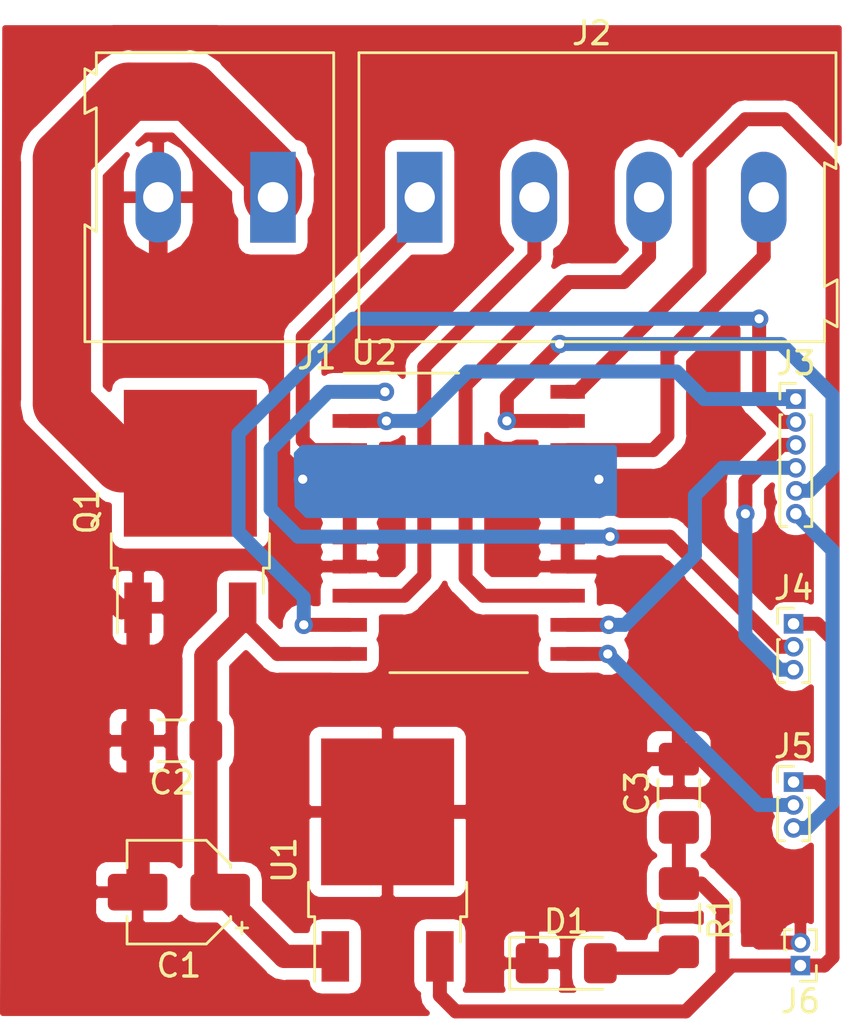
<source format=kicad_pcb>
(kicad_pcb (version 20171130) (host pcbnew "(5.0.2)-1")

  (general
    (thickness 1.6)
    (drawings 1)
    (tracks 189)
    (zones 0)
    (modules 14)
    (nets 18)
  )

  (page A4)
  (layers
    (0 F.Cu signal)
    (31 B.Cu signal)
    (32 B.Adhes user)
    (33 F.Adhes user)
    (34 B.Paste user)
    (35 F.Paste user)
    (36 B.SilkS user)
    (37 F.SilkS user)
    (38 B.Mask user)
    (39 F.Mask user)
    (40 Dwgs.User user)
    (41 Cmts.User user)
    (42 Eco1.User user)
    (43 Eco2.User user)
    (44 Edge.Cuts user)
    (45 Margin user)
    (46 B.CrtYd user)
    (47 F.CrtYd user)
    (48 B.Fab user)
    (49 F.Fab user)
  )

  (setup
    (last_trace_width 0.6096)
    (user_trace_width 0.3048)
    (user_trace_width 0.4064)
    (user_trace_width 0.508)
    (user_trace_width 0.6096)
    (user_trace_width 0.8128)
    (user_trace_width 1.016)
    (user_trace_width 1.27)
    (user_trace_width 2.54)
    (trace_clearance 0.2)
    (zone_clearance 0.508)
    (zone_45_only no)
    (trace_min 0.2)
    (segment_width 0.2)
    (edge_width 0.15)
    (via_size 0.8)
    (via_drill 0.4)
    (via_min_size 0.4)
    (via_min_drill 0.3)
    (uvia_size 0.3)
    (uvia_drill 0.1)
    (uvias_allowed no)
    (uvia_min_size 0.2)
    (uvia_min_drill 0.1)
    (pcb_text_width 0.3)
    (pcb_text_size 1.5 1.5)
    (mod_edge_width 0.15)
    (mod_text_size 1 1)
    (mod_text_width 0.15)
    (pad_size 1.524 1.524)
    (pad_drill 0.762)
    (pad_to_mask_clearance 0.051)
    (solder_mask_min_width 0.25)
    (aux_axis_origin 0 0)
    (visible_elements 7FFFFFFF)
    (pcbplotparams
      (layerselection 0x010fc_ffffffff)
      (usegerberextensions false)
      (usegerberattributes false)
      (usegerberadvancedattributes false)
      (creategerberjobfile false)
      (excludeedgelayer true)
      (linewidth 0.100000)
      (plotframeref false)
      (viasonmask false)
      (mode 1)
      (useauxorigin false)
      (hpglpennumber 1)
      (hpglpenspeed 20)
      (hpglpendiameter 15.000000)
      (psnegative false)
      (psa4output false)
      (plotreference true)
      (plotvalue true)
      (plotinvisibletext false)
      (padsonsilk false)
      (subtractmaskfromsilk false)
      (outputformat 1)
      (mirror false)
      (drillshape 1)
      (scaleselection 1)
      (outputdirectory ""))
  )

  (net 0 "")
  (net 1 12V)
  (net 2 GND)
  (net 3 5V)
  (net 4 "Net-(J4-Pad2)")
  (net 5 "Net-(J5-Pad2)")
  (net 6 "Net-(J3-Pad1)")
  (net 7 "Net-(J3-Pad4)")
  (net 8 "Net-(J2-Pad1)")
  (net 9 "Net-(J2-Pad3)")
  (net 10 "Net-(J2-Pad2)")
  (net 11 "Net-(J2-Pad4)")
  (net 12 "Net-(J3-Pad2)")
  (net 13 "Net-(J3-Pad5)")
  (net 14 "Net-(D1-Pad2)")
  (net 15 "Net-(J1-Pad1)")
  (net 16 "Net-(J3-Pad3)")
  (net 17 "Net-(J3-Pad6)")

  (net_class Default "This is the default net class."
    (clearance 0.2)
    (trace_width 0.25)
    (via_dia 0.8)
    (via_drill 0.4)
    (uvia_dia 0.3)
    (uvia_drill 0.1)
    (add_net 12V)
    (add_net 5V)
    (add_net GND)
    (add_net "Net-(D1-Pad2)")
    (add_net "Net-(J1-Pad1)")
    (add_net "Net-(J2-Pad1)")
    (add_net "Net-(J2-Pad2)")
    (add_net "Net-(J2-Pad3)")
    (add_net "Net-(J2-Pad4)")
    (add_net "Net-(J3-Pad1)")
    (add_net "Net-(J3-Pad2)")
    (add_net "Net-(J3-Pad3)")
    (add_net "Net-(J3-Pad4)")
    (add_net "Net-(J3-Pad5)")
    (add_net "Net-(J3-Pad6)")
    (add_net "Net-(J4-Pad2)")
    (add_net "Net-(J5-Pad2)")
  )

  (module Capacitor_SMD:CP_Elec_4x5.8 (layer F.Cu) (tedit 5BCA39CF) (tstamp 5C7F0BCF)
    (at 113.7 142.9 180)
    (descr "SMD capacitor, aluminum electrolytic, Panasonic, 4.0x5.8mm")
    (tags "capacitor electrolytic")
    (path /5C68DA5E)
    (attr smd)
    (fp_text reference C1 (at 0 -3.2 180) (layer F.SilkS)
      (effects (font (size 1 1) (thickness 0.15)))
    )
    (fp_text value "47uF 16V" (at 0 3.2 180) (layer F.Fab)
      (effects (font (size 1 1) (thickness 0.15)))
    )
    (fp_circle (center 0 0) (end 2 0) (layer F.Fab) (width 0.1))
    (fp_line (start 2.15 -2.15) (end 2.15 2.15) (layer F.Fab) (width 0.1))
    (fp_line (start -1.15 -2.15) (end 2.15 -2.15) (layer F.Fab) (width 0.1))
    (fp_line (start -1.15 2.15) (end 2.15 2.15) (layer F.Fab) (width 0.1))
    (fp_line (start -2.15 -1.15) (end -2.15 1.15) (layer F.Fab) (width 0.1))
    (fp_line (start -2.15 -1.15) (end -1.15 -2.15) (layer F.Fab) (width 0.1))
    (fp_line (start -2.15 1.15) (end -1.15 2.15) (layer F.Fab) (width 0.1))
    (fp_line (start -1.574773 -1) (end -1.174773 -1) (layer F.Fab) (width 0.1))
    (fp_line (start -1.374773 -1.2) (end -1.374773 -0.8) (layer F.Fab) (width 0.1))
    (fp_line (start 2.26 2.26) (end 2.26 1.06) (layer F.SilkS) (width 0.12))
    (fp_line (start 2.26 -2.26) (end 2.26 -1.06) (layer F.SilkS) (width 0.12))
    (fp_line (start -1.195563 -2.26) (end 2.26 -2.26) (layer F.SilkS) (width 0.12))
    (fp_line (start -1.195563 2.26) (end 2.26 2.26) (layer F.SilkS) (width 0.12))
    (fp_line (start -2.26 1.195563) (end -2.26 1.06) (layer F.SilkS) (width 0.12))
    (fp_line (start -2.26 -1.195563) (end -2.26 -1.06) (layer F.SilkS) (width 0.12))
    (fp_line (start -2.26 -1.195563) (end -1.195563 -2.26) (layer F.SilkS) (width 0.12))
    (fp_line (start -2.26 1.195563) (end -1.195563 2.26) (layer F.SilkS) (width 0.12))
    (fp_line (start -3 -1.56) (end -2.5 -1.56) (layer F.SilkS) (width 0.12))
    (fp_line (start -2.75 -1.81) (end -2.75 -1.31) (layer F.SilkS) (width 0.12))
    (fp_line (start 2.4 -2.4) (end 2.4 -1.05) (layer F.CrtYd) (width 0.05))
    (fp_line (start 2.4 -1.05) (end 3.35 -1.05) (layer F.CrtYd) (width 0.05))
    (fp_line (start 3.35 -1.05) (end 3.35 1.05) (layer F.CrtYd) (width 0.05))
    (fp_line (start 3.35 1.05) (end 2.4 1.05) (layer F.CrtYd) (width 0.05))
    (fp_line (start 2.4 1.05) (end 2.4 2.4) (layer F.CrtYd) (width 0.05))
    (fp_line (start -1.25 2.4) (end 2.4 2.4) (layer F.CrtYd) (width 0.05))
    (fp_line (start -1.25 -2.4) (end 2.4 -2.4) (layer F.CrtYd) (width 0.05))
    (fp_line (start -2.4 1.25) (end -1.25 2.4) (layer F.CrtYd) (width 0.05))
    (fp_line (start -2.4 -1.25) (end -1.25 -2.4) (layer F.CrtYd) (width 0.05))
    (fp_line (start -2.4 -1.25) (end -2.4 -1.05) (layer F.CrtYd) (width 0.05))
    (fp_line (start -2.4 1.05) (end -2.4 1.25) (layer F.CrtYd) (width 0.05))
    (fp_line (start -2.4 -1.05) (end -3.35 -1.05) (layer F.CrtYd) (width 0.05))
    (fp_line (start -3.35 -1.05) (end -3.35 1.05) (layer F.CrtYd) (width 0.05))
    (fp_line (start -3.35 1.05) (end -2.4 1.05) (layer F.CrtYd) (width 0.05))
    (fp_text user %R (at 0 0 180) (layer F.Fab)
      (effects (font (size 0.8 0.8) (thickness 0.12)))
    )
    (pad 1 smd roundrect (at -1.8 0 180) (size 2.6 1.6) (layers F.Cu F.Paste F.Mask) (roundrect_rratio 0.15625)
      (net 1 12V))
    (pad 2 smd roundrect (at 1.8 0 180) (size 2.6 1.6) (layers F.Cu F.Paste F.Mask) (roundrect_rratio 0.15625)
      (net 2 GND))
    (model ${KISYS3DMOD}/Capacitor_SMD.3dshapes/CP_Elec_4x5.8.wrl
      (at (xyz 0 0 0))
      (scale (xyz 1 1 1))
      (rotate (xyz 0 0 0))
    )
  )

  (module Capacitor_SMD:C_1206_3216Metric_Pad1.42x1.75mm_HandSolder (layer F.Cu) (tedit 5B301BBE) (tstamp 5C7EEAFF)
    (at 113.3875 136.3 180)
    (descr "Capacitor SMD 1206 (3216 Metric), square (rectangular) end terminal, IPC_7351 nominal with elongated pad for handsoldering. (Body size source: http://www.tortai-tech.com/upload/download/2011102023233369053.pdf), generated with kicad-footprint-generator")
    (tags "capacitor handsolder")
    (path /5C68D993)
    (attr smd)
    (fp_text reference C2 (at 0 -1.82 180) (layer F.SilkS)
      (effects (font (size 1 1) (thickness 0.15)))
    )
    (fp_text value 0.33uF (at 0 1.82 180) (layer F.Fab)
      (effects (font (size 1 1) (thickness 0.15)))
    )
    (fp_line (start -1.6 0.8) (end -1.6 -0.8) (layer F.Fab) (width 0.1))
    (fp_line (start -1.6 -0.8) (end 1.6 -0.8) (layer F.Fab) (width 0.1))
    (fp_line (start 1.6 -0.8) (end 1.6 0.8) (layer F.Fab) (width 0.1))
    (fp_line (start 1.6 0.8) (end -1.6 0.8) (layer F.Fab) (width 0.1))
    (fp_line (start -0.602064 -0.91) (end 0.602064 -0.91) (layer F.SilkS) (width 0.12))
    (fp_line (start -0.602064 0.91) (end 0.602064 0.91) (layer F.SilkS) (width 0.12))
    (fp_line (start -2.45 1.12) (end -2.45 -1.12) (layer F.CrtYd) (width 0.05))
    (fp_line (start -2.45 -1.12) (end 2.45 -1.12) (layer F.CrtYd) (width 0.05))
    (fp_line (start 2.45 -1.12) (end 2.45 1.12) (layer F.CrtYd) (width 0.05))
    (fp_line (start 2.45 1.12) (end -2.45 1.12) (layer F.CrtYd) (width 0.05))
    (fp_text user %R (at 0 0 180) (layer F.Fab)
      (effects (font (size 0.8 0.8) (thickness 0.12)))
    )
    (pad 1 smd roundrect (at -1.4875 0 180) (size 1.425 1.75) (layers F.Cu F.Paste F.Mask) (roundrect_rratio 0.175439)
      (net 1 12V))
    (pad 2 smd roundrect (at 1.4875 0 180) (size 1.425 1.75) (layers F.Cu F.Paste F.Mask) (roundrect_rratio 0.175439)
      (net 2 GND))
    (model ${KISYS3DMOD}/Capacitor_SMD.3dshapes/C_1206_3216Metric.wrl
      (at (xyz 0 0 0))
      (scale (xyz 1 1 1))
      (rotate (xyz 0 0 0))
    )
  )

  (module Capacitor_SMD:C_1206_3216Metric_Pad1.42x1.75mm_HandSolder (layer F.Cu) (tedit 5B301BBE) (tstamp 5C7EEACF)
    (at 135.5 138.5875 90)
    (descr "Capacitor SMD 1206 (3216 Metric), square (rectangular) end terminal, IPC_7351 nominal with elongated pad for handsoldering. (Body size source: http://www.tortai-tech.com/upload/download/2011102023233369053.pdf), generated with kicad-footprint-generator")
    (tags "capacitor handsolder")
    (path /5C68D9D1)
    (attr smd)
    (fp_text reference C3 (at 0 -1.82 90) (layer F.SilkS)
      (effects (font (size 1 1) (thickness 0.15)))
    )
    (fp_text value 0.1uF' (at 0 1.82 90) (layer F.Fab)
      (effects (font (size 1 1) (thickness 0.15)))
    )
    (fp_text user %R (at 0 0 90) (layer F.Fab)
      (effects (font (size 0.8 0.8) (thickness 0.12)))
    )
    (fp_line (start 2.45 1.12) (end -2.45 1.12) (layer F.CrtYd) (width 0.05))
    (fp_line (start 2.45 -1.12) (end 2.45 1.12) (layer F.CrtYd) (width 0.05))
    (fp_line (start -2.45 -1.12) (end 2.45 -1.12) (layer F.CrtYd) (width 0.05))
    (fp_line (start -2.45 1.12) (end -2.45 -1.12) (layer F.CrtYd) (width 0.05))
    (fp_line (start -0.602064 0.91) (end 0.602064 0.91) (layer F.SilkS) (width 0.12))
    (fp_line (start -0.602064 -0.91) (end 0.602064 -0.91) (layer F.SilkS) (width 0.12))
    (fp_line (start 1.6 0.8) (end -1.6 0.8) (layer F.Fab) (width 0.1))
    (fp_line (start 1.6 -0.8) (end 1.6 0.8) (layer F.Fab) (width 0.1))
    (fp_line (start -1.6 -0.8) (end 1.6 -0.8) (layer F.Fab) (width 0.1))
    (fp_line (start -1.6 0.8) (end -1.6 -0.8) (layer F.Fab) (width 0.1))
    (pad 2 smd roundrect (at 1.4875 0 90) (size 1.425 1.75) (layers F.Cu F.Paste F.Mask) (roundrect_rratio 0.175439)
      (net 2 GND))
    (pad 1 smd roundrect (at -1.4875 0 90) (size 1.425 1.75) (layers F.Cu F.Paste F.Mask) (roundrect_rratio 0.175439)
      (net 3 5V))
    (model ${KISYS3DMOD}/Capacitor_SMD.3dshapes/C_1206_3216Metric.wrl
      (at (xyz 0 0 0))
      (scale (xyz 1 1 1))
      (rotate (xyz 0 0 0))
    )
  )

  (module LED_SMD:LED_1206_3216Metric_Pad1.42x1.75mm_HandSolder (layer F.Cu) (tedit 5B4B45C9) (tstamp 5C7EEA9B)
    (at 130.5875 146)
    (descr "LED SMD 1206 (3216 Metric), square (rectangular) end terminal, IPC_7351 nominal, (Body size source: http://www.tortai-tech.com/upload/download/2011102023233369053.pdf), generated with kicad-footprint-generator")
    (tags "LED handsolder")
    (path /5C67F48D)
    (attr smd)
    (fp_text reference D1 (at 0 -1.82) (layer F.SilkS)
      (effects (font (size 1 1) (thickness 0.15)))
    )
    (fp_text value LED (at 0 1.82) (layer F.Fab)
      (effects (font (size 1 1) (thickness 0.15)))
    )
    (fp_line (start 1.6 -0.8) (end -1.2 -0.8) (layer F.Fab) (width 0.1))
    (fp_line (start -1.2 -0.8) (end -1.6 -0.4) (layer F.Fab) (width 0.1))
    (fp_line (start -1.6 -0.4) (end -1.6 0.8) (layer F.Fab) (width 0.1))
    (fp_line (start -1.6 0.8) (end 1.6 0.8) (layer F.Fab) (width 0.1))
    (fp_line (start 1.6 0.8) (end 1.6 -0.8) (layer F.Fab) (width 0.1))
    (fp_line (start 1.6 -1.135) (end -2.46 -1.135) (layer F.SilkS) (width 0.12))
    (fp_line (start -2.46 -1.135) (end -2.46 1.135) (layer F.SilkS) (width 0.12))
    (fp_line (start -2.46 1.135) (end 1.6 1.135) (layer F.SilkS) (width 0.12))
    (fp_line (start -2.45 1.12) (end -2.45 -1.12) (layer F.CrtYd) (width 0.05))
    (fp_line (start -2.45 -1.12) (end 2.45 -1.12) (layer F.CrtYd) (width 0.05))
    (fp_line (start 2.45 -1.12) (end 2.45 1.12) (layer F.CrtYd) (width 0.05))
    (fp_line (start 2.45 1.12) (end -2.45 1.12) (layer F.CrtYd) (width 0.05))
    (fp_text user %R (at 0 0) (layer F.Fab)
      (effects (font (size 0.8 0.8) (thickness 0.12)))
    )
    (pad 1 smd roundrect (at -1.4875 0) (size 1.425 1.75) (layers F.Cu F.Paste F.Mask) (roundrect_rratio 0.175439)
      (net 2 GND))
    (pad 2 smd roundrect (at 1.4875 0) (size 1.425 1.75) (layers F.Cu F.Paste F.Mask) (roundrect_rratio 0.175439)
      (net 14 "Net-(D1-Pad2)"))
    (model ${KISYS3DMOD}/LED_SMD.3dshapes/LED_1206_3216Metric.wrl
      (at (xyz 0 0 0))
      (scale (xyz 1 1 1))
      (rotate (xyz 0 0 0))
    )
  )

  (module TerminalBlock:TerminalBlock_Altech_AK300-2_P5.00mm (layer F.Cu) (tedit 59FF0306) (tstamp 5C7F121A)
    (at 117.8 112.6 180)
    (descr "Altech AK300 terminal block, pitch 5.0mm, 45 degree angled, see http://www.mouser.com/ds/2/16/PCBMETRC-24178.pdf")
    (tags "Altech AK300 terminal block pitch 5.0mm")
    (path /5C67EB33)
    (fp_text reference J1 (at -1.92 -6.99 180) (layer F.SilkS)
      (effects (font (size 1 1) (thickness 0.15)))
    )
    (fp_text value Supply (at 2.78 7.75 180) (layer F.Fab)
      (effects (font (size 1 1) (thickness 0.15)))
    )
    (fp_text user %R (at 2.5 -2 180) (layer F.Fab)
      (effects (font (size 1 1) (thickness 0.15)))
    )
    (fp_line (start -2.65 -6.3) (end -2.65 6.3) (layer F.SilkS) (width 0.12))
    (fp_line (start -2.65 6.3) (end 7.7 6.3) (layer F.SilkS) (width 0.12))
    (fp_line (start 7.7 6.3) (end 7.7 5.35) (layer F.SilkS) (width 0.12))
    (fp_line (start 7.7 5.35) (end 8.2 5.6) (layer F.SilkS) (width 0.12))
    (fp_line (start 8.2 5.6) (end 8.2 3.7) (layer F.SilkS) (width 0.12))
    (fp_line (start 8.2 3.7) (end 8.2 3.65) (layer F.SilkS) (width 0.12))
    (fp_line (start 8.2 3.65) (end 7.7 3.9) (layer F.SilkS) (width 0.12))
    (fp_line (start 7.7 3.9) (end 7.7 -1.5) (layer F.SilkS) (width 0.12))
    (fp_line (start 7.7 -1.5) (end 8.2 -1.2) (layer F.SilkS) (width 0.12))
    (fp_line (start 8.2 -1.2) (end 8.2 -6.3) (layer F.SilkS) (width 0.12))
    (fp_line (start 8.2 -6.3) (end -2.65 -6.3) (layer F.SilkS) (width 0.12))
    (fp_line (start -1.26 2.54) (end 1.28 2.54) (layer F.Fab) (width 0.1))
    (fp_line (start 1.28 2.54) (end 1.28 -0.25) (layer F.Fab) (width 0.1))
    (fp_line (start -1.26 -0.25) (end 1.28 -0.25) (layer F.Fab) (width 0.1))
    (fp_line (start -1.26 2.54) (end -1.26 -0.25) (layer F.Fab) (width 0.1))
    (fp_line (start 3.74 2.54) (end 6.28 2.54) (layer F.Fab) (width 0.1))
    (fp_line (start 6.28 2.54) (end 6.28 -0.25) (layer F.Fab) (width 0.1))
    (fp_line (start 3.74 -0.25) (end 6.28 -0.25) (layer F.Fab) (width 0.1))
    (fp_line (start 3.74 2.54) (end 3.74 -0.25) (layer F.Fab) (width 0.1))
    (fp_line (start 7.61 -6.22) (end 7.61 -3.17) (layer F.Fab) (width 0.1))
    (fp_line (start 7.61 -6.22) (end -2.58 -6.22) (layer F.Fab) (width 0.1))
    (fp_line (start 7.61 -6.22) (end 8.11 -6.22) (layer F.Fab) (width 0.1))
    (fp_line (start 8.11 -6.22) (end 8.11 -1.4) (layer F.Fab) (width 0.1))
    (fp_line (start 8.11 -1.4) (end 7.61 -1.65) (layer F.Fab) (width 0.1))
    (fp_line (start 8.11 5.46) (end 7.61 5.21) (layer F.Fab) (width 0.1))
    (fp_line (start 7.61 5.21) (end 7.61 6.22) (layer F.Fab) (width 0.1))
    (fp_line (start 8.11 3.81) (end 7.61 4.06) (layer F.Fab) (width 0.1))
    (fp_line (start 7.61 4.06) (end 7.61 5.21) (layer F.Fab) (width 0.1))
    (fp_line (start 8.11 3.81) (end 8.11 5.46) (layer F.Fab) (width 0.1))
    (fp_line (start 2.98 6.22) (end 2.98 4.32) (layer F.Fab) (width 0.1))
    (fp_line (start 7.05 -0.25) (end 7.05 4.32) (layer F.Fab) (width 0.1))
    (fp_line (start 2.98 6.22) (end 7.05 6.22) (layer F.Fab) (width 0.1))
    (fp_line (start 7.05 6.22) (end 7.61 6.22) (layer F.Fab) (width 0.1))
    (fp_line (start 2.04 6.22) (end 2.04 4.32) (layer F.Fab) (width 0.1))
    (fp_line (start 2.04 6.22) (end 2.98 6.22) (layer F.Fab) (width 0.1))
    (fp_line (start -2.02 -0.25) (end -2.02 4.32) (layer F.Fab) (width 0.1))
    (fp_line (start -2.58 6.22) (end -2.02 6.22) (layer F.Fab) (width 0.1))
    (fp_line (start -2.02 6.22) (end 2.04 6.22) (layer F.Fab) (width 0.1))
    (fp_line (start 2.98 4.32) (end 7.05 4.32) (layer F.Fab) (width 0.1))
    (fp_line (start 2.98 4.32) (end 2.98 -0.25) (layer F.Fab) (width 0.1))
    (fp_line (start 7.05 4.32) (end 7.05 6.22) (layer F.Fab) (width 0.1))
    (fp_line (start 2.04 4.32) (end -2.02 4.32) (layer F.Fab) (width 0.1))
    (fp_line (start 2.04 4.32) (end 2.04 -0.25) (layer F.Fab) (width 0.1))
    (fp_line (start -2.02 4.32) (end -2.02 6.22) (layer F.Fab) (width 0.1))
    (fp_line (start 6.67 3.68) (end 6.67 0.51) (layer F.Fab) (width 0.1))
    (fp_line (start 6.67 3.68) (end 3.36 3.68) (layer F.Fab) (width 0.1))
    (fp_line (start 3.36 3.68) (end 3.36 0.51) (layer F.Fab) (width 0.1))
    (fp_line (start 1.66 3.68) (end 1.66 0.51) (layer F.Fab) (width 0.1))
    (fp_line (start 1.66 3.68) (end -1.64 3.68) (layer F.Fab) (width 0.1))
    (fp_line (start -1.64 3.68) (end -1.64 0.51) (layer F.Fab) (width 0.1))
    (fp_line (start -1.64 0.51) (end -1.26 0.51) (layer F.Fab) (width 0.1))
    (fp_line (start 1.66 0.51) (end 1.28 0.51) (layer F.Fab) (width 0.1))
    (fp_line (start 3.36 0.51) (end 3.74 0.51) (layer F.Fab) (width 0.1))
    (fp_line (start 6.67 0.51) (end 6.28 0.51) (layer F.Fab) (width 0.1))
    (fp_line (start -2.58 6.22) (end -2.58 -0.64) (layer F.Fab) (width 0.1))
    (fp_line (start -2.58 -0.64) (end -2.58 -3.17) (layer F.Fab) (width 0.1))
    (fp_line (start 7.61 -1.65) (end 7.61 -0.64) (layer F.Fab) (width 0.1))
    (fp_line (start 7.61 -0.64) (end 7.61 4.06) (layer F.Fab) (width 0.1))
    (fp_line (start -2.58 -3.17) (end 7.61 -3.17) (layer F.Fab) (width 0.1))
    (fp_line (start -2.58 -3.17) (end -2.58 -6.22) (layer F.Fab) (width 0.1))
    (fp_line (start 7.61 -3.17) (end 7.61 -1.65) (layer F.Fab) (width 0.1))
    (fp_line (start 2.98 -3.43) (end 2.98 -5.97) (layer F.Fab) (width 0.1))
    (fp_line (start 2.98 -5.97) (end 7.05 -5.97) (layer F.Fab) (width 0.1))
    (fp_line (start 7.05 -5.97) (end 7.05 -3.43) (layer F.Fab) (width 0.1))
    (fp_line (start 7.05 -3.43) (end 2.98 -3.43) (layer F.Fab) (width 0.1))
    (fp_line (start 2.04 -3.43) (end 2.04 -5.97) (layer F.Fab) (width 0.1))
    (fp_line (start 2.04 -3.43) (end -2.02 -3.43) (layer F.Fab) (width 0.1))
    (fp_line (start -2.02 -3.43) (end -2.02 -5.97) (layer F.Fab) (width 0.1))
    (fp_line (start 2.04 -5.97) (end -2.02 -5.97) (layer F.Fab) (width 0.1))
    (fp_line (start 3.39 -4.45) (end 6.44 -5.08) (layer F.Fab) (width 0.1))
    (fp_line (start 3.52 -4.32) (end 6.56 -4.95) (layer F.Fab) (width 0.1))
    (fp_line (start -1.62 -4.45) (end 1.44 -5.08) (layer F.Fab) (width 0.1))
    (fp_line (start -1.49 -4.32) (end 1.56 -4.95) (layer F.Fab) (width 0.1))
    (fp_line (start -2.02 -0.25) (end -1.64 -0.25) (layer F.Fab) (width 0.1))
    (fp_line (start 2.04 -0.25) (end 1.66 -0.25) (layer F.Fab) (width 0.1))
    (fp_line (start 1.66 -0.25) (end -1.64 -0.25) (layer F.Fab) (width 0.1))
    (fp_line (start -2.58 -0.64) (end -1.64 -0.64) (layer F.Fab) (width 0.1))
    (fp_line (start -1.64 -0.64) (end 1.66 -0.64) (layer F.Fab) (width 0.1))
    (fp_line (start 1.66 -0.64) (end 3.36 -0.64) (layer F.Fab) (width 0.1))
    (fp_line (start 7.61 -0.64) (end 6.67 -0.64) (layer F.Fab) (width 0.1))
    (fp_line (start 6.67 -0.64) (end 3.36 -0.64) (layer F.Fab) (width 0.1))
    (fp_line (start 7.05 -0.25) (end 6.67 -0.25) (layer F.Fab) (width 0.1))
    (fp_line (start 2.98 -0.25) (end 3.36 -0.25) (layer F.Fab) (width 0.1))
    (fp_line (start 3.36 -0.25) (end 6.67 -0.25) (layer F.Fab) (width 0.1))
    (fp_line (start -2.83 -6.47) (end 8.36 -6.47) (layer F.CrtYd) (width 0.05))
    (fp_line (start -2.83 -6.47) (end -2.83 6.47) (layer F.CrtYd) (width 0.05))
    (fp_line (start 8.36 6.47) (end 8.36 -6.47) (layer F.CrtYd) (width 0.05))
    (fp_line (start 8.36 6.47) (end -2.83 6.47) (layer F.CrtYd) (width 0.05))
    (fp_arc (start 6.03 -4.59) (end 6.54 -5.05) (angle 90.5) (layer F.Fab) (width 0.1))
    (fp_arc (start 5.07 -6.07) (end 6.53 -4.12) (angle 75.5) (layer F.Fab) (width 0.1))
    (fp_arc (start 4.99 -3.71) (end 3.39 -5) (angle 100) (layer F.Fab) (width 0.1))
    (fp_arc (start 3.87 -4.65) (end 3.58 -4.13) (angle 104.2) (layer F.Fab) (width 0.1))
    (fp_arc (start 1.03 -4.59) (end 1.53 -5.05) (angle 90.5) (layer F.Fab) (width 0.1))
    (fp_arc (start 0.06 -6.07) (end 1.53 -4.12) (angle 75.5) (layer F.Fab) (width 0.1))
    (fp_arc (start -0.01 -3.71) (end -1.62 -5) (angle 100) (layer F.Fab) (width 0.1))
    (fp_arc (start -1.13 -4.65) (end -1.42 -4.13) (angle 104.2) (layer F.Fab) (width 0.1))
    (pad 1 thru_hole rect (at 0 0 180) (size 1.98 3.96) (drill 1.32) (layers *.Cu *.Mask)
      (net 15 "Net-(J1-Pad1)"))
    (pad 2 thru_hole oval (at 5 0 180) (size 1.98 3.96) (drill 1.32) (layers *.Cu *.Mask)
      (net 2 GND))
    (model ${KISYS3DMOD}/TerminalBlock.3dshapes/TerminalBlock_Altech_AK300-2_P5.00mm.wrl
      (at (xyz 0 0 0))
      (scale (xyz 1 1 1))
      (rotate (xyz 0 0 0))
    )
  )

  (module TerminalBlock:TerminalBlock_Altech_AK300-4_P5.00mm (layer F.Cu) (tedit 59FF0306) (tstamp 5C7EE825)
    (at 124.2 112.6)
    (descr "Altech AK300 terminal block, pitch 5.0mm, 45 degree angled, see http://www.mouser.com/ds/2/16/PCBMETRC-24178.pdf")
    (tags "Altech AK300 terminal block pitch 5.0mm")
    (path /5C6F79A7)
    (fp_text reference J2 (at 7.5 -7.15) (layer F.SilkS)
      (effects (font (size 1 1) (thickness 0.15)))
    )
    (fp_text value Motors (at 7.45 7.45) (layer F.Fab)
      (effects (font (size 1 1) (thickness 0.15)))
    )
    (fp_text user %R (at 7.5 -2) (layer F.Fab)
      (effects (font (size 1 1) (thickness 0.15)))
    )
    (fp_line (start -2.65 -6.3) (end 18.15 -6.3) (layer F.SilkS) (width 0.12))
    (fp_line (start 18.15 -6.3) (end 18.15 -1.25) (layer F.SilkS) (width 0.12))
    (fp_line (start 18.15 -1.25) (end 17.65 -1.5) (layer F.SilkS) (width 0.12))
    (fp_line (start 17.65 -1.5) (end 17.65 3.9) (layer F.SilkS) (width 0.12))
    (fp_line (start 17.65 3.9) (end 18.2 3.6) (layer F.SilkS) (width 0.12))
    (fp_line (start 18.2 3.6) (end 18.2 5.65) (layer F.SilkS) (width 0.12))
    (fp_line (start 18.2 5.65) (end 17.65 5.35) (layer F.SilkS) (width 0.12))
    (fp_line (start 17.65 5.35) (end 17.65 6.3) (layer F.SilkS) (width 0.12))
    (fp_line (start 17.65 6.3) (end -2.65 6.3) (layer F.SilkS) (width 0.12))
    (fp_line (start -2.65 6.3) (end -2.65 -6.3) (layer F.SilkS) (width 0.12))
    (fp_line (start 8.75 -0.25) (end 8.75 2.54) (layer F.Fab) (width 0.1))
    (fp_line (start 8.75 2.54) (end 11.29 2.54) (layer F.Fab) (width 0.1))
    (fp_line (start 11.29 2.54) (end 11.29 -0.25) (layer F.Fab) (width 0.1))
    (fp_line (start 7.94 -3.43) (end 7.94 -5.97) (layer F.Fab) (width 0.1))
    (fp_line (start 7.94 -5.97) (end 12 -5.97) (layer F.Fab) (width 0.1))
    (fp_line (start 12 -5.97) (end 12 -3.43) (layer F.Fab) (width 0.1))
    (fp_line (start 12 -3.43) (end 7.94 -3.43) (layer F.Fab) (width 0.1))
    (fp_line (start 8.34 -4.45) (end 11.39 -5.08) (layer F.Fab) (width 0.1))
    (fp_line (start 8.47 -4.32) (end 11.52 -4.95) (layer F.Fab) (width 0.1))
    (fp_line (start 7.99 4.32) (end 12.05 4.32) (layer F.Fab) (width 0.1))
    (fp_line (start 12.05 6.22) (end 12.05 -0.25) (layer F.Fab) (width 0.1))
    (fp_line (start 8.37 0.51) (end 8.75 0.51) (layer F.Fab) (width 0.1))
    (fp_line (start 8.37 0.51) (end 8.37 3.68) (layer F.Fab) (width 0.1))
    (fp_line (start 8.37 3.68) (end 11.67 3.68) (layer F.Fab) (width 0.1))
    (fp_line (start 11.67 3.68) (end 11.67 0.51) (layer F.Fab) (width 0.1))
    (fp_line (start 11.67 0.51) (end 11.29 0.51) (layer F.Fab) (width 0.1))
    (fp_line (start 12.51 -0.64) (end 17.59 -0.64) (layer F.Fab) (width 0.1))
    (fp_line (start 7.99 6.22) (end 7.99 -0.25) (layer F.Fab) (width 0.1))
    (fp_line (start 7.99 -0.25) (end 12.05 -0.25) (layer F.Fab) (width 0.1))
    (fp_line (start 16.95 6.22) (end 13.02 6.22) (layer F.Fab) (width 0.1))
    (fp_line (start 13.17 6.22) (end 7.07 6.22) (layer F.Fab) (width 0.1))
    (fp_line (start 17.59 -3.05) (end -2.58 -3.05) (layer F.Fab) (width 0.1))
    (fp_line (start 17.74 -6.22) (end -2.58 -6.22) (layer F.Fab) (width 0.1))
    (fp_line (start 12.66 -0.64) (end -2.52 -0.64) (layer F.Fab) (width 0.1))
    (fp_line (start 12.95 4) (end 12.95 -0.25) (layer F.Fab) (width 0.1))
    (fp_line (start 13.35 -0.25) (end 16.65 -0.25) (layer F.Fab) (width 0.1))
    (fp_line (start 12.97 -0.25) (end 13.35 -0.25) (layer F.Fab) (width 0.1))
    (fp_line (start 17.03 -0.25) (end 16.65 -0.25) (layer F.Fab) (width 0.1))
    (fp_line (start 13.5 -4.32) (end 16.55 -4.95) (layer F.Fab) (width 0.1))
    (fp_line (start 13.37 -4.45) (end 16.42 -5.08) (layer F.Fab) (width 0.1))
    (fp_line (start 17.03 -3.43) (end 12.97 -3.43) (layer F.Fab) (width 0.1))
    (fp_line (start 17.03 -5.97) (end 17.03 -3.43) (layer F.Fab) (width 0.1))
    (fp_line (start 12.97 -5.97) (end 17.03 -5.97) (layer F.Fab) (width 0.1))
    (fp_line (start 12.97 -3.43) (end 12.97 -5.97) (layer F.Fab) (width 0.1))
    (fp_line (start 17.59 -3.17) (end 17.59 -1.65) (layer F.Fab) (width 0.1))
    (fp_line (start 17.59 -0.64) (end 17.59 4.06) (layer F.Fab) (width 0.1))
    (fp_line (start 17.59 -1.65) (end 17.59 -0.64) (layer F.Fab) (width 0.1))
    (fp_line (start 16.65 0.51) (end 16.27 0.51) (layer F.Fab) (width 0.1))
    (fp_line (start 13.35 0.51) (end 13.73 0.51) (layer F.Fab) (width 0.1))
    (fp_line (start 13.35 3.68) (end 13.35 0.51) (layer F.Fab) (width 0.1))
    (fp_line (start 16.65 3.68) (end 13.35 3.68) (layer F.Fab) (width 0.1))
    (fp_line (start 16.65 3.68) (end 16.65 0.51) (layer F.Fab) (width 0.1))
    (fp_line (start 17.03 4.32) (end 17.03 6.22) (layer F.Fab) (width 0.1))
    (fp_line (start 12.97 4.32) (end 17.03 4.32) (layer F.Fab) (width 0.1))
    (fp_line (start 17.03 6.22) (end 17.59 6.22) (layer F.Fab) (width 0.1))
    (fp_line (start 17.03 -0.25) (end 17.03 4.32) (layer F.Fab) (width 0.1))
    (fp_line (start 12.97 6.22) (end 12.97 4.32) (layer F.Fab) (width 0.1))
    (fp_line (start 18.1 3.81) (end 18.1 5.46) (layer F.Fab) (width 0.1))
    (fp_line (start 17.59 4.06) (end 17.59 5.21) (layer F.Fab) (width 0.1))
    (fp_line (start 18.1 3.81) (end 17.59 4.06) (layer F.Fab) (width 0.1))
    (fp_line (start 17.59 5.21) (end 17.59 6.22) (layer F.Fab) (width 0.1))
    (fp_line (start 18.1 5.46) (end 17.59 5.21) (layer F.Fab) (width 0.1))
    (fp_line (start 18.1 -1.4) (end 17.59 -1.65) (layer F.Fab) (width 0.1))
    (fp_line (start 18.1 -6.22) (end 18.1 -1.4) (layer F.Fab) (width 0.1))
    (fp_line (start 17.59 -6.22) (end 18.1 -6.22) (layer F.Fab) (width 0.1))
    (fp_line (start 17.59 -6.22) (end 17.59 -3.17) (layer F.Fab) (width 0.1))
    (fp_line (start 13.73 2.54) (end 13.73 -0.25) (layer F.Fab) (width 0.1))
    (fp_line (start 13.73 -0.25) (end 16.27 -0.25) (layer F.Fab) (width 0.1))
    (fp_line (start 16.27 2.54) (end 16.27 -0.25) (layer F.Fab) (width 0.1))
    (fp_line (start 13.73 2.54) (end 16.27 2.54) (layer F.Fab) (width 0.1))
    (fp_line (start -1.28 2.54) (end 1.26 2.54) (layer F.Fab) (width 0.1))
    (fp_line (start 1.26 2.54) (end 1.26 -0.25) (layer F.Fab) (width 0.1))
    (fp_line (start -1.28 -0.25) (end 1.26 -0.25) (layer F.Fab) (width 0.1))
    (fp_line (start -1.28 2.54) (end -1.28 -0.25) (layer F.Fab) (width 0.1))
    (fp_line (start 3.72 2.54) (end 6.26 2.54) (layer F.Fab) (width 0.1))
    (fp_line (start 6.26 2.54) (end 6.26 -0.25) (layer F.Fab) (width 0.1))
    (fp_line (start 3.72 -0.25) (end 6.26 -0.25) (layer F.Fab) (width 0.1))
    (fp_line (start 3.72 2.54) (end 3.72 -0.25) (layer F.Fab) (width 0.1))
    (fp_line (start 12.95 5.21) (end 12.95 6.22) (layer F.Fab) (width 0.1))
    (fp_line (start 12.95 4.06) (end 12.95 5.21) (layer F.Fab) (width 0.1))
    (fp_line (start 2.96 6.22) (end 2.96 4.32) (layer F.Fab) (width 0.1))
    (fp_line (start 7.02 -0.25) (end 7.02 4.32) (layer F.Fab) (width 0.1))
    (fp_line (start 2.96 6.22) (end 7.02 6.22) (layer F.Fab) (width 0.1))
    (fp_line (start 2.02 6.22) (end 2.02 4.32) (layer F.Fab) (width 0.1))
    (fp_line (start 2.02 6.22) (end 2.96 6.22) (layer F.Fab) (width 0.1))
    (fp_line (start -2.05 -0.25) (end -2.05 4.32) (layer F.Fab) (width 0.1))
    (fp_line (start -2.58 6.22) (end -2.05 6.22) (layer F.Fab) (width 0.1))
    (fp_line (start -2.05 6.22) (end 2.02 6.22) (layer F.Fab) (width 0.1))
    (fp_line (start 2.96 4.32) (end 7.02 4.32) (layer F.Fab) (width 0.1))
    (fp_line (start 2.96 4.32) (end 2.96 -0.25) (layer F.Fab) (width 0.1))
    (fp_line (start 7.02 4.32) (end 7.02 6.22) (layer F.Fab) (width 0.1))
    (fp_line (start 2.02 4.32) (end -2.05 4.32) (layer F.Fab) (width 0.1))
    (fp_line (start 2.02 4.32) (end 2.02 -0.25) (layer F.Fab) (width 0.1))
    (fp_line (start -2.05 4.32) (end -2.05 6.22) (layer F.Fab) (width 0.1))
    (fp_line (start 6.64 3.68) (end 6.64 0.51) (layer F.Fab) (width 0.1))
    (fp_line (start 6.64 3.68) (end 3.34 3.68) (layer F.Fab) (width 0.1))
    (fp_line (start 3.34 3.68) (end 3.34 0.51) (layer F.Fab) (width 0.1))
    (fp_line (start 1.64 3.68) (end 1.64 0.51) (layer F.Fab) (width 0.1))
    (fp_line (start 1.64 3.68) (end -1.67 3.68) (layer F.Fab) (width 0.1))
    (fp_line (start -1.67 3.68) (end -1.67 0.51) (layer F.Fab) (width 0.1))
    (fp_line (start -1.67 0.51) (end -1.28 0.51) (layer F.Fab) (width 0.1))
    (fp_line (start 1.64 0.51) (end 1.26 0.51) (layer F.Fab) (width 0.1))
    (fp_line (start 3.34 0.51) (end 3.72 0.51) (layer F.Fab) (width 0.1))
    (fp_line (start 6.64 0.51) (end 6.26 0.51) (layer F.Fab) (width 0.1))
    (fp_line (start -2.58 6.22) (end -2.58 -0.64) (layer F.Fab) (width 0.1))
    (fp_line (start -2.58 -0.64) (end -2.58 -3.17) (layer F.Fab) (width 0.1))
    (fp_line (start -2.58 -3.17) (end -2.58 -6.22) (layer F.Fab) (width 0.1))
    (fp_line (start 2.96 -3.43) (end 2.96 -5.97) (layer F.Fab) (width 0.1))
    (fp_line (start 2.96 -5.97) (end 7.02 -5.97) (layer F.Fab) (width 0.1))
    (fp_line (start 7.02 -5.97) (end 7.02 -3.43) (layer F.Fab) (width 0.1))
    (fp_line (start 7.02 -3.43) (end 2.96 -3.43) (layer F.Fab) (width 0.1))
    (fp_line (start 2.02 -3.43) (end 2.02 -5.97) (layer F.Fab) (width 0.1))
    (fp_line (start 2.02 -3.43) (end -2.05 -3.43) (layer F.Fab) (width 0.1))
    (fp_line (start -2.05 -3.43) (end -2.05 -5.97) (layer F.Fab) (width 0.1))
    (fp_line (start 2.02 -5.97) (end -2.05 -5.97) (layer F.Fab) (width 0.1))
    (fp_line (start 3.36 -4.45) (end 6.41 -5.08) (layer F.Fab) (width 0.1))
    (fp_line (start 3.49 -4.32) (end 6.54 -4.95) (layer F.Fab) (width 0.1))
    (fp_line (start -1.64 -4.45) (end 1.41 -5.08) (layer F.Fab) (width 0.1))
    (fp_line (start -1.51 -4.32) (end 1.53 -4.95) (layer F.Fab) (width 0.1))
    (fp_line (start -2.05 -0.25) (end -1.67 -0.25) (layer F.Fab) (width 0.1))
    (fp_line (start 2.02 -0.25) (end 1.64 -0.25) (layer F.Fab) (width 0.1))
    (fp_line (start 1.64 -0.25) (end -1.67 -0.25) (layer F.Fab) (width 0.1))
    (fp_line (start 7.02 -0.25) (end 6.64 -0.25) (layer F.Fab) (width 0.1))
    (fp_line (start 2.96 -0.25) (end 3.34 -0.25) (layer F.Fab) (width 0.1))
    (fp_line (start 3.34 -0.25) (end 6.64 -0.25) (layer F.Fab) (width 0.1))
    (fp_line (start -2.83 -6.47) (end 18.35 -6.47) (layer F.CrtYd) (width 0.05))
    (fp_line (start -2.83 -6.47) (end -2.83 6.47) (layer F.CrtYd) (width 0.05))
    (fp_line (start 18.35 6.47) (end 18.35 -6.47) (layer F.CrtYd) (width 0.05))
    (fp_line (start 18.35 6.47) (end -2.83 6.47) (layer F.CrtYd) (width 0.05))
    (fp_arc (start 10.99 -4.59) (end 11.49 -5.05) (angle 90.5) (layer F.Fab) (width 0.1))
    (fp_arc (start 10.02 -6.07) (end 11.48 -4.12) (angle 75.5) (layer F.Fab) (width 0.1))
    (fp_arc (start 9.94 -3.71) (end 8.34 -5) (angle 100) (layer F.Fab) (width 0.1))
    (fp_arc (start 8.83 -4.65) (end 8.54 -4.13) (angle 104.2) (layer F.Fab) (width 0.1))
    (fp_arc (start 13.86 -4.65) (end 13.57 -4.13) (angle 104.2) (layer F.Fab) (width 0.1))
    (fp_arc (start 14.97 -3.71) (end 13.37 -5) (angle 100) (layer F.Fab) (width 0.1))
    (fp_arc (start 15.05 -6.07) (end 16.51 -4.12) (angle 75.5) (layer F.Fab) (width 0.1))
    (fp_arc (start 16.02 -4.59) (end 16.52 -5.05) (angle 90.5) (layer F.Fab) (width 0.1))
    (fp_arc (start 6.01 -4.59) (end 6.51 -5.05) (angle 90.5) (layer F.Fab) (width 0.1))
    (fp_arc (start 5.04 -6.07) (end 6.5 -4.12) (angle 75.5) (layer F.Fab) (width 0.1))
    (fp_arc (start 4.96 -3.71) (end 3.36 -5) (angle 100) (layer F.Fab) (width 0.1))
    (fp_arc (start 3.85 -4.65) (end 3.56 -4.13) (angle 104.2) (layer F.Fab) (width 0.1))
    (fp_arc (start 1 -4.59) (end 1.51 -5.05) (angle 90.5) (layer F.Fab) (width 0.1))
    (fp_arc (start 0.04 -6.07) (end 1.5 -4.12) (angle 75.5) (layer F.Fab) (width 0.1))
    (fp_arc (start -0.04 -3.71) (end -1.64 -5) (angle 100) (layer F.Fab) (width 0.1))
    (fp_arc (start -1.16 -4.65) (end -1.44 -4.13) (angle 104.2) (layer F.Fab) (width 0.1))
    (pad 1 thru_hole rect (at 0 0) (size 1.98 3.96) (drill 1.32) (layers *.Cu *.Mask)
      (net 8 "Net-(J2-Pad1)"))
    (pad 2 thru_hole oval (at 5 0) (size 1.98 3.96) (drill 1.32) (layers *.Cu *.Mask)
      (net 10 "Net-(J2-Pad2)"))
    (pad 4 thru_hole oval (at 15 0) (size 1.98 3.96) (drill 1.32) (layers *.Cu *.Mask)
      (net 11 "Net-(J2-Pad4)"))
    (pad 3 thru_hole oval (at 10 0) (size 1.98 3.96) (drill 1.32) (layers *.Cu *.Mask)
      (net 9 "Net-(J2-Pad3)"))
    (model ${KISYS3DMOD}/TerminalBlock.3dshapes/TerminalBlock_Altech_AK300-4_P5.00mm.wrl
      (at (xyz 0 0 0))
      (scale (xyz 1 1 1))
      (rotate (xyz 0 0 0))
    )
  )

  (module Connector_PinHeader_1.00mm:PinHeader_1x06_P1.00mm_Vertical (layer F.Cu) (tedit 59FED738) (tstamp 5C7F18FB)
    (at 140.6 121.4)
    (descr "Through hole straight pin header, 1x06, 1.00mm pitch, single row")
    (tags "Through hole pin header THT 1x06 1.00mm single row")
    (path /5C6F79A0)
    (fp_text reference J3 (at 0 -1.56) (layer F.SilkS)
      (effects (font (size 1 1) (thickness 0.15)))
    )
    (fp_text value Logic (at 0 6.56) (layer F.Fab)
      (effects (font (size 1 1) (thickness 0.15)))
    )
    (fp_line (start -0.3175 -0.5) (end 0.635 -0.5) (layer F.Fab) (width 0.1))
    (fp_line (start 0.635 -0.5) (end 0.635 5.5) (layer F.Fab) (width 0.1))
    (fp_line (start 0.635 5.5) (end -0.635 5.5) (layer F.Fab) (width 0.1))
    (fp_line (start -0.635 5.5) (end -0.635 -0.1825) (layer F.Fab) (width 0.1))
    (fp_line (start -0.635 -0.1825) (end -0.3175 -0.5) (layer F.Fab) (width 0.1))
    (fp_line (start -0.695 5.56) (end -0.394493 5.56) (layer F.SilkS) (width 0.12))
    (fp_line (start 0.394493 5.56) (end 0.695 5.56) (layer F.SilkS) (width 0.12))
    (fp_line (start -0.695 0.685) (end -0.695 5.56) (layer F.SilkS) (width 0.12))
    (fp_line (start 0.695 0.685) (end 0.695 5.56) (layer F.SilkS) (width 0.12))
    (fp_line (start -0.695 0.685) (end -0.608276 0.685) (layer F.SilkS) (width 0.12))
    (fp_line (start 0.608276 0.685) (end 0.695 0.685) (layer F.SilkS) (width 0.12))
    (fp_line (start -0.695 0) (end -0.695 -0.685) (layer F.SilkS) (width 0.12))
    (fp_line (start -0.695 -0.685) (end 0 -0.685) (layer F.SilkS) (width 0.12))
    (fp_line (start -1.15 -1) (end -1.15 6) (layer F.CrtYd) (width 0.05))
    (fp_line (start -1.15 6) (end 1.15 6) (layer F.CrtYd) (width 0.05))
    (fp_line (start 1.15 6) (end 1.15 -1) (layer F.CrtYd) (width 0.05))
    (fp_line (start 1.15 -1) (end -1.15 -1) (layer F.CrtYd) (width 0.05))
    (fp_text user %R (at 0 2.5 90) (layer F.Fab)
      (effects (font (size 0.76 0.76) (thickness 0.114)))
    )
    (pad 1 thru_hole rect (at 0 0) (size 0.85 0.85) (drill 0.5) (layers *.Cu *.Mask)
      (net 6 "Net-(J3-Pad1)"))
    (pad 2 thru_hole oval (at 0 1) (size 0.85 0.85) (drill 0.5) (layers *.Cu *.Mask)
      (net 12 "Net-(J3-Pad2)"))
    (pad 3 thru_hole oval (at 0 2) (size 0.85 0.85) (drill 0.5) (layers *.Cu *.Mask)
      (net 16 "Net-(J3-Pad3)"))
    (pad 4 thru_hole oval (at 0 3) (size 0.85 0.85) (drill 0.5) (layers *.Cu *.Mask)
      (net 7 "Net-(J3-Pad4)"))
    (pad 5 thru_hole oval (at 0 4) (size 0.85 0.85) (drill 0.5) (layers *.Cu *.Mask)
      (net 13 "Net-(J3-Pad5)"))
    (pad 6 thru_hole oval (at 0 5) (size 0.85 0.85) (drill 0.5) (layers *.Cu *.Mask)
      (net 17 "Net-(J3-Pad6)"))
    (model ${KISYS3DMOD}/Connector_PinHeader_1.00mm.3dshapes/PinHeader_1x06_P1.00mm_Vertical.wrl
      (at (xyz 0 0 0))
      (scale (xyz 1 1 1))
      (rotate (xyz 0 0 0))
    )
  )

  (module Connector_PinHeader_1.00mm:PinHeader_1x03_P1.00mm_Vertical (layer F.Cu) (tedit 59FED738) (tstamp 5C7F1A64)
    (at 140.5 131.2)
    (descr "Through hole straight pin header, 1x03, 1.00mm pitch, single row")
    (tags "Through hole pin header THT 1x03 1.00mm single row")
    (path /5C77FB1E)
    (fp_text reference J4 (at 0 -1.56) (layer F.SilkS)
      (effects (font (size 1 1) (thickness 0.15)))
    )
    (fp_text value EN1,2 (at 0 3.56) (layer F.Fab)
      (effects (font (size 1 1) (thickness 0.15)))
    )
    (fp_text user %R (at 0 1 90) (layer F.Fab)
      (effects (font (size 0.76 0.76) (thickness 0.114)))
    )
    (fp_line (start 1.15 -1) (end -1.15 -1) (layer F.CrtYd) (width 0.05))
    (fp_line (start 1.15 3) (end 1.15 -1) (layer F.CrtYd) (width 0.05))
    (fp_line (start -1.15 3) (end 1.15 3) (layer F.CrtYd) (width 0.05))
    (fp_line (start -1.15 -1) (end -1.15 3) (layer F.CrtYd) (width 0.05))
    (fp_line (start -0.695 -0.685) (end 0 -0.685) (layer F.SilkS) (width 0.12))
    (fp_line (start -0.695 0) (end -0.695 -0.685) (layer F.SilkS) (width 0.12))
    (fp_line (start 0.608276 0.685) (end 0.695 0.685) (layer F.SilkS) (width 0.12))
    (fp_line (start -0.695 0.685) (end -0.608276 0.685) (layer F.SilkS) (width 0.12))
    (fp_line (start 0.695 0.685) (end 0.695 2.56) (layer F.SilkS) (width 0.12))
    (fp_line (start -0.695 0.685) (end -0.695 2.56) (layer F.SilkS) (width 0.12))
    (fp_line (start 0.394493 2.56) (end 0.695 2.56) (layer F.SilkS) (width 0.12))
    (fp_line (start -0.695 2.56) (end -0.394493 2.56) (layer F.SilkS) (width 0.12))
    (fp_line (start -0.635 -0.1825) (end -0.3175 -0.5) (layer F.Fab) (width 0.1))
    (fp_line (start -0.635 2.5) (end -0.635 -0.1825) (layer F.Fab) (width 0.1))
    (fp_line (start 0.635 2.5) (end -0.635 2.5) (layer F.Fab) (width 0.1))
    (fp_line (start 0.635 -0.5) (end 0.635 2.5) (layer F.Fab) (width 0.1))
    (fp_line (start -0.3175 -0.5) (end 0.635 -0.5) (layer F.Fab) (width 0.1))
    (pad 3 thru_hole oval (at 0 2) (size 0.85 0.85) (drill 0.5) (layers *.Cu *.Mask)
      (net 16 "Net-(J3-Pad3)"))
    (pad 2 thru_hole oval (at 0 1) (size 0.85 0.85) (drill 0.5) (layers *.Cu *.Mask)
      (net 4 "Net-(J4-Pad2)"))
    (pad 1 thru_hole rect (at 0 0) (size 0.85 0.85) (drill 0.5) (layers *.Cu *.Mask)
      (net 3 5V))
    (model ${KISYS3DMOD}/Connector_PinHeader_1.00mm.3dshapes/PinHeader_1x03_P1.00mm_Vertical.wrl
      (at (xyz 0 0 0))
      (scale (xyz 1 1 1))
      (rotate (xyz 0 0 0))
    )
  )

  (module Connector_PinHeader_1.00mm:PinHeader_1x03_P1.00mm_Vertical (layer F.Cu) (tedit 59FED738) (tstamp 5C7F1A1C)
    (at 140.5 138.1)
    (descr "Through hole straight pin header, 1x03, 1.00mm pitch, single row")
    (tags "Through hole pin header THT 1x03 1.00mm single row")
    (path /5C773DF9)
    (fp_text reference J5 (at 0 -1.56) (layer F.SilkS)
      (effects (font (size 1 1) (thickness 0.15)))
    )
    (fp_text value EN3,4 (at 0 3.56) (layer F.Fab)
      (effects (font (size 1 1) (thickness 0.15)))
    )
    (fp_line (start -0.3175 -0.5) (end 0.635 -0.5) (layer F.Fab) (width 0.1))
    (fp_line (start 0.635 -0.5) (end 0.635 2.5) (layer F.Fab) (width 0.1))
    (fp_line (start 0.635 2.5) (end -0.635 2.5) (layer F.Fab) (width 0.1))
    (fp_line (start -0.635 2.5) (end -0.635 -0.1825) (layer F.Fab) (width 0.1))
    (fp_line (start -0.635 -0.1825) (end -0.3175 -0.5) (layer F.Fab) (width 0.1))
    (fp_line (start -0.695 2.56) (end -0.394493 2.56) (layer F.SilkS) (width 0.12))
    (fp_line (start 0.394493 2.56) (end 0.695 2.56) (layer F.SilkS) (width 0.12))
    (fp_line (start -0.695 0.685) (end -0.695 2.56) (layer F.SilkS) (width 0.12))
    (fp_line (start 0.695 0.685) (end 0.695 2.56) (layer F.SilkS) (width 0.12))
    (fp_line (start -0.695 0.685) (end -0.608276 0.685) (layer F.SilkS) (width 0.12))
    (fp_line (start 0.608276 0.685) (end 0.695 0.685) (layer F.SilkS) (width 0.12))
    (fp_line (start -0.695 0) (end -0.695 -0.685) (layer F.SilkS) (width 0.12))
    (fp_line (start -0.695 -0.685) (end 0 -0.685) (layer F.SilkS) (width 0.12))
    (fp_line (start -1.15 -1) (end -1.15 3) (layer F.CrtYd) (width 0.05))
    (fp_line (start -1.15 3) (end 1.15 3) (layer F.CrtYd) (width 0.05))
    (fp_line (start 1.15 3) (end 1.15 -1) (layer F.CrtYd) (width 0.05))
    (fp_line (start 1.15 -1) (end -1.15 -1) (layer F.CrtYd) (width 0.05))
    (fp_text user %R (at 0 1 90) (layer F.Fab)
      (effects (font (size 0.76 0.76) (thickness 0.114)))
    )
    (pad 1 thru_hole rect (at 0 0) (size 0.85 0.85) (drill 0.5) (layers *.Cu *.Mask)
      (net 3 5V))
    (pad 2 thru_hole oval (at 0 1) (size 0.85 0.85) (drill 0.5) (layers *.Cu *.Mask)
      (net 5 "Net-(J5-Pad2)"))
    (pad 3 thru_hole oval (at 0 2) (size 0.85 0.85) (drill 0.5) (layers *.Cu *.Mask)
      (net 17 "Net-(J3-Pad6)"))
    (model ${KISYS3DMOD}/Connector_PinHeader_1.00mm.3dshapes/PinHeader_1x03_P1.00mm_Vertical.wrl
      (at (xyz 0 0 0))
      (scale (xyz 1 1 1))
      (rotate (xyz 0 0 0))
    )
  )

  (module Connector_PinHeader_1.00mm:PinHeader_1x02_P1.00mm_Vertical (layer F.Cu) (tedit 59FED738) (tstamp 5C7EE67D)
    (at 140.8 146.1 180)
    (descr "Through hole straight pin header, 1x02, 1.00mm pitch, single row")
    (tags "Through hole pin header THT 1x02 1.00mm single row")
    (path /5C6A9CFC)
    (fp_text reference J6 (at 0 -1.56 180) (layer F.SilkS)
      (effects (font (size 1 1) (thickness 0.15)))
    )
    (fp_text value "5V O/P" (at 0 2.56 180) (layer F.Fab)
      (effects (font (size 1 1) (thickness 0.15)))
    )
    (fp_line (start -0.3175 -0.5) (end 0.635 -0.5) (layer F.Fab) (width 0.1))
    (fp_line (start 0.635 -0.5) (end 0.635 1.5) (layer F.Fab) (width 0.1))
    (fp_line (start 0.635 1.5) (end -0.635 1.5) (layer F.Fab) (width 0.1))
    (fp_line (start -0.635 1.5) (end -0.635 -0.1825) (layer F.Fab) (width 0.1))
    (fp_line (start -0.635 -0.1825) (end -0.3175 -0.5) (layer F.Fab) (width 0.1))
    (fp_line (start -0.695 1.56) (end -0.394493 1.56) (layer F.SilkS) (width 0.12))
    (fp_line (start 0.394493 1.56) (end 0.695 1.56) (layer F.SilkS) (width 0.12))
    (fp_line (start -0.695 0.685) (end -0.695 1.56) (layer F.SilkS) (width 0.12))
    (fp_line (start 0.695 0.685) (end 0.695 1.56) (layer F.SilkS) (width 0.12))
    (fp_line (start -0.695 0.685) (end -0.608276 0.685) (layer F.SilkS) (width 0.12))
    (fp_line (start 0.608276 0.685) (end 0.695 0.685) (layer F.SilkS) (width 0.12))
    (fp_line (start -0.695 0) (end -0.695 -0.685) (layer F.SilkS) (width 0.12))
    (fp_line (start -0.695 -0.685) (end 0 -0.685) (layer F.SilkS) (width 0.12))
    (fp_line (start -1.15 -1) (end -1.15 2) (layer F.CrtYd) (width 0.05))
    (fp_line (start -1.15 2) (end 1.15 2) (layer F.CrtYd) (width 0.05))
    (fp_line (start 1.15 2) (end 1.15 -1) (layer F.CrtYd) (width 0.05))
    (fp_line (start 1.15 -1) (end -1.15 -1) (layer F.CrtYd) (width 0.05))
    (fp_text user %R (at 0 0.5 270) (layer F.Fab)
      (effects (font (size 0.76 0.76) (thickness 0.114)))
    )
    (pad 1 thru_hole rect (at 0 0 180) (size 0.85 0.85) (drill 0.5) (layers *.Cu *.Mask)
      (net 3 5V))
    (pad 2 thru_hole oval (at 0 1 180) (size 0.85 0.85) (drill 0.5) (layers *.Cu *.Mask)
      (net 2 GND))
    (model ${KISYS3DMOD}/Connector_PinHeader_1.00mm.3dshapes/PinHeader_1x02_P1.00mm_Vertical.wrl
      (at (xyz 0 0 0))
      (scale (xyz 1 1 1))
      (rotate (xyz 0 0 0))
    )
  )

  (module Package_TO_SOT_SMD:TO-252-2 (layer F.Cu) (tedit 5A70A390) (tstamp 5C7EE620)
    (at 114.2 126.3 90)
    (descr "TO-252 / DPAK SMD package, http://www.infineon.com/cms/en/product/packages/PG-TO252/PG-TO252-3-1/")
    (tags "DPAK TO-252 DPAK-3 TO-252-3 SOT-428")
    (path /5C67E6E5)
    (attr smd)
    (fp_text reference Q1 (at 0 -4.5 90) (layer F.SilkS)
      (effects (font (size 1 1) (thickness 0.15)))
    )
    (fp_text value NVD5117PL (at 0 4.5 90) (layer F.Fab)
      (effects (font (size 1 1) (thickness 0.15)))
    )
    (fp_text user %R (at 0 0 90) (layer F.Fab)
      (effects (font (size 1 1) (thickness 0.15)))
    )
    (fp_line (start 5.55 -3.5) (end -5.55 -3.5) (layer F.CrtYd) (width 0.05))
    (fp_line (start 5.55 3.5) (end 5.55 -3.5) (layer F.CrtYd) (width 0.05))
    (fp_line (start -5.55 3.5) (end 5.55 3.5) (layer F.CrtYd) (width 0.05))
    (fp_line (start -5.55 -3.5) (end -5.55 3.5) (layer F.CrtYd) (width 0.05))
    (fp_line (start -2.47 3.18) (end -3.57 3.18) (layer F.SilkS) (width 0.12))
    (fp_line (start -2.47 3.45) (end -2.47 3.18) (layer F.SilkS) (width 0.12))
    (fp_line (start -0.97 3.45) (end -2.47 3.45) (layer F.SilkS) (width 0.12))
    (fp_line (start -2.47 -3.18) (end -5.3 -3.18) (layer F.SilkS) (width 0.12))
    (fp_line (start -2.47 -3.45) (end -2.47 -3.18) (layer F.SilkS) (width 0.12))
    (fp_line (start -0.97 -3.45) (end -2.47 -3.45) (layer F.SilkS) (width 0.12))
    (fp_line (start -4.97 2.655) (end -2.27 2.655) (layer F.Fab) (width 0.1))
    (fp_line (start -4.97 1.905) (end -4.97 2.655) (layer F.Fab) (width 0.1))
    (fp_line (start -2.27 1.905) (end -4.97 1.905) (layer F.Fab) (width 0.1))
    (fp_line (start -4.97 -1.905) (end -2.27 -1.905) (layer F.Fab) (width 0.1))
    (fp_line (start -4.97 -2.655) (end -4.97 -1.905) (layer F.Fab) (width 0.1))
    (fp_line (start -1.865 -2.655) (end -4.97 -2.655) (layer F.Fab) (width 0.1))
    (fp_line (start -1.27 -3.25) (end 3.95 -3.25) (layer F.Fab) (width 0.1))
    (fp_line (start -2.27 -2.25) (end -1.27 -3.25) (layer F.Fab) (width 0.1))
    (fp_line (start -2.27 3.25) (end -2.27 -2.25) (layer F.Fab) (width 0.1))
    (fp_line (start 3.95 3.25) (end -2.27 3.25) (layer F.Fab) (width 0.1))
    (fp_line (start 3.95 -3.25) (end 3.95 3.25) (layer F.Fab) (width 0.1))
    (fp_line (start 4.95 2.7) (end 3.95 2.7) (layer F.Fab) (width 0.1))
    (fp_line (start 4.95 -2.7) (end 4.95 2.7) (layer F.Fab) (width 0.1))
    (fp_line (start 3.95 -2.7) (end 4.95 -2.7) (layer F.Fab) (width 0.1))
    (pad "" smd rect (at 0.425 1.525 90) (size 3.05 2.75) (layers F.Paste))
    (pad "" smd rect (at 3.775 -1.525 90) (size 3.05 2.75) (layers F.Paste))
    (pad "" smd rect (at 0.425 -1.525 90) (size 3.05 2.75) (layers F.Paste))
    (pad "" smd rect (at 3.775 1.525 90) (size 3.05 2.75) (layers F.Paste))
    (pad 2 smd rect (at 2.1 0 90) (size 6.4 5.8) (layers F.Cu F.Mask)
      (net 15 "Net-(J1-Pad1)"))
    (pad 3 smd rect (at -4.2 2.28 90) (size 2.2 1.2) (layers F.Cu F.Paste F.Mask)
      (net 1 12V))
    (pad 1 smd rect (at -4.2 -2.28 90) (size 2.2 1.2) (layers F.Cu F.Paste F.Mask)
      (net 2 GND))
    (model ${KISYS3DMOD}/Package_TO_SOT_SMD.3dshapes/TO-252-2.wrl
      (at (xyz 0 0 0))
      (scale (xyz 1 1 1))
      (rotate (xyz 0 0 0))
    )
  )

  (module Resistor_SMD:R_1206_3216Metric_Pad1.42x1.75mm_HandSolder (layer F.Cu) (tedit 5B301BBD) (tstamp 5C7EE5DD)
    (at 135.5 144.0125 270)
    (descr "Resistor SMD 1206 (3216 Metric), square (rectangular) end terminal, IPC_7351 nominal with elongated pad for handsoldering. (Body size source: http://www.tortai-tech.com/upload/download/2011102023233369053.pdf), generated with kicad-footprint-generator")
    (tags "resistor handsolder")
    (path /5C67F38B)
    (attr smd)
    (fp_text reference R1 (at 0 -1.82 270) (layer F.SilkS)
      (effects (font (size 1 1) (thickness 0.15)))
    )
    (fp_text value 220 (at 0 1.82 270) (layer F.Fab)
      (effects (font (size 1 1) (thickness 0.15)))
    )
    (fp_line (start -1.6 0.8) (end -1.6 -0.8) (layer F.Fab) (width 0.1))
    (fp_line (start -1.6 -0.8) (end 1.6 -0.8) (layer F.Fab) (width 0.1))
    (fp_line (start 1.6 -0.8) (end 1.6 0.8) (layer F.Fab) (width 0.1))
    (fp_line (start 1.6 0.8) (end -1.6 0.8) (layer F.Fab) (width 0.1))
    (fp_line (start -0.602064 -0.91) (end 0.602064 -0.91) (layer F.SilkS) (width 0.12))
    (fp_line (start -0.602064 0.91) (end 0.602064 0.91) (layer F.SilkS) (width 0.12))
    (fp_line (start -2.45 1.12) (end -2.45 -1.12) (layer F.CrtYd) (width 0.05))
    (fp_line (start -2.45 -1.12) (end 2.45 -1.12) (layer F.CrtYd) (width 0.05))
    (fp_line (start 2.45 -1.12) (end 2.45 1.12) (layer F.CrtYd) (width 0.05))
    (fp_line (start 2.45 1.12) (end -2.45 1.12) (layer F.CrtYd) (width 0.05))
    (fp_text user %R (at 0 0 270) (layer F.Fab)
      (effects (font (size 0.8 0.8) (thickness 0.12)))
    )
    (pad 1 smd roundrect (at -1.4875 0 270) (size 1.425 1.75) (layers F.Cu F.Paste F.Mask) (roundrect_rratio 0.175439)
      (net 3 5V))
    (pad 2 smd roundrect (at 1.4875 0 270) (size 1.425 1.75) (layers F.Cu F.Paste F.Mask) (roundrect_rratio 0.175439)
      (net 14 "Net-(D1-Pad2)"))
    (model ${KISYS3DMOD}/Resistor_SMD.3dshapes/R_1206_3216Metric.wrl
      (at (xyz 0 0 0))
      (scale (xyz 1 1 1))
      (rotate (xyz 0 0 0))
    )
  )

  (module Package_TO_SOT_SMD:TO-252-2 (layer F.Cu) (tedit 5A70A390) (tstamp 5C7EE587)
    (at 122.8 141.5 90)
    (descr "TO-252 / DPAK SMD package, http://www.infineon.com/cms/en/product/packages/PG-TO252/PG-TO252-3-1/")
    (tags "DPAK TO-252 DPAK-3 TO-252-3 SOT-428")
    (path /5C67E293)
    (attr smd)
    (fp_text reference U1 (at 0 -4.5 90) (layer F.SilkS)
      (effects (font (size 1 1) (thickness 0.15)))
    )
    (fp_text value LM7805_DPAK (at 0 4.5 90) (layer F.Fab)
      (effects (font (size 1 1) (thickness 0.15)))
    )
    (fp_line (start 3.95 -2.7) (end 4.95 -2.7) (layer F.Fab) (width 0.1))
    (fp_line (start 4.95 -2.7) (end 4.95 2.7) (layer F.Fab) (width 0.1))
    (fp_line (start 4.95 2.7) (end 3.95 2.7) (layer F.Fab) (width 0.1))
    (fp_line (start 3.95 -3.25) (end 3.95 3.25) (layer F.Fab) (width 0.1))
    (fp_line (start 3.95 3.25) (end -2.27 3.25) (layer F.Fab) (width 0.1))
    (fp_line (start -2.27 3.25) (end -2.27 -2.25) (layer F.Fab) (width 0.1))
    (fp_line (start -2.27 -2.25) (end -1.27 -3.25) (layer F.Fab) (width 0.1))
    (fp_line (start -1.27 -3.25) (end 3.95 -3.25) (layer F.Fab) (width 0.1))
    (fp_line (start -1.865 -2.655) (end -4.97 -2.655) (layer F.Fab) (width 0.1))
    (fp_line (start -4.97 -2.655) (end -4.97 -1.905) (layer F.Fab) (width 0.1))
    (fp_line (start -4.97 -1.905) (end -2.27 -1.905) (layer F.Fab) (width 0.1))
    (fp_line (start -2.27 1.905) (end -4.97 1.905) (layer F.Fab) (width 0.1))
    (fp_line (start -4.97 1.905) (end -4.97 2.655) (layer F.Fab) (width 0.1))
    (fp_line (start -4.97 2.655) (end -2.27 2.655) (layer F.Fab) (width 0.1))
    (fp_line (start -0.97 -3.45) (end -2.47 -3.45) (layer F.SilkS) (width 0.12))
    (fp_line (start -2.47 -3.45) (end -2.47 -3.18) (layer F.SilkS) (width 0.12))
    (fp_line (start -2.47 -3.18) (end -5.3 -3.18) (layer F.SilkS) (width 0.12))
    (fp_line (start -0.97 3.45) (end -2.47 3.45) (layer F.SilkS) (width 0.12))
    (fp_line (start -2.47 3.45) (end -2.47 3.18) (layer F.SilkS) (width 0.12))
    (fp_line (start -2.47 3.18) (end -3.57 3.18) (layer F.SilkS) (width 0.12))
    (fp_line (start -5.55 -3.5) (end -5.55 3.5) (layer F.CrtYd) (width 0.05))
    (fp_line (start -5.55 3.5) (end 5.55 3.5) (layer F.CrtYd) (width 0.05))
    (fp_line (start 5.55 3.5) (end 5.55 -3.5) (layer F.CrtYd) (width 0.05))
    (fp_line (start 5.55 -3.5) (end -5.55 -3.5) (layer F.CrtYd) (width 0.05))
    (fp_text user %R (at 0 0 90) (layer F.Fab)
      (effects (font (size 1 1) (thickness 0.15)))
    )
    (pad 1 smd rect (at -4.2 -2.28 90) (size 2.2 1.2) (layers F.Cu F.Paste F.Mask)
      (net 1 12V))
    (pad 3 smd rect (at -4.2 2.28 90) (size 2.2 1.2) (layers F.Cu F.Paste F.Mask)
      (net 3 5V))
    (pad 2 smd rect (at 2.1 0 90) (size 6.4 5.8) (layers F.Cu F.Mask)
      (net 2 GND))
    (pad "" smd rect (at 3.775 1.525 90) (size 3.05 2.75) (layers F.Paste))
    (pad "" smd rect (at 0.425 -1.525 90) (size 3.05 2.75) (layers F.Paste))
    (pad "" smd rect (at 3.775 -1.525 90) (size 3.05 2.75) (layers F.Paste))
    (pad "" smd rect (at 0.425 1.525 90) (size 3.05 2.75) (layers F.Paste))
    (model ${KISYS3DMOD}/Package_TO_SOT_SMD.3dshapes/TO-252-2.wrl
      (at (xyz 0 0 0))
      (scale (xyz 1 1 1))
      (rotate (xyz 0 0 0))
    )
  )

  (module Package_SO:SO-20_12.8x7.5mm_P1.27mm (layer F.Cu) (tedit 5A02F2D3) (tstamp 5C7EE51E)
    (at 125.9 126.8)
    (descr "SO-20, 12.8x7.5mm, https://www.nxp.com/docs/en/data-sheet/SA605.pdf")
    (tags "S0-20 ")
    (path /5C6FD681)
    (attr smd)
    (fp_text reference U2 (at -3.69 -7.42) (layer F.SilkS)
      (effects (font (size 1 1) (thickness 0.15)))
    )
    (fp_text value L293DD (at 0 7.99) (layer F.Fab)
      (effects (font (size 1 1) (thickness 0.15)))
    )
    (fp_line (start -1.2 -6.4) (end 2.2 -6.4) (layer F.Fab) (width 0.1))
    (fp_line (start 2.2 -6.4) (end 2.2 6.4) (layer F.Fab) (width 0.1))
    (fp_line (start 2.2 6.4) (end -2.2 6.4) (layer F.Fab) (width 0.1))
    (fp_line (start -2.2 6.4) (end -2.2 -5.4) (layer F.Fab) (width 0.1))
    (fp_line (start -2.2 -5.4) (end -1.2 -6.4) (layer F.Fab) (width 0.1))
    (fp_line (start -3 6.53) (end 3 6.53) (layer F.SilkS) (width 0.12))
    (fp_line (start -5 -6.53) (end 0 -6.53) (layer F.SilkS) (width 0.12))
    (fp_line (start -5.7 -6.7) (end 5.7 -6.7) (layer F.CrtYd) (width 0.05))
    (fp_line (start 5.7 -6.7) (end 5.7 6.7) (layer F.CrtYd) (width 0.05))
    (fp_line (start 5.7 6.7) (end -5.7 6.7) (layer F.CrtYd) (width 0.05))
    (fp_line (start -5.7 6.7) (end -5.7 -6.7) (layer F.CrtYd) (width 0.05))
    (fp_text user %R (at 0 0) (layer F.Fab)
      (effects (font (size 1 1) (thickness 0.15)))
    )
    (pad 6 smd rect (at -4.75 0.635) (size 1.5 0.6) (layers F.Cu F.Paste F.Mask)
      (net 2 GND))
    (pad 5 smd rect (at -4.75 -0.635) (size 1.5 0.6) (layers F.Cu F.Paste F.Mask)
      (net 2 GND))
    (pad 4 smd rect (at -4.75 -1.905) (size 1.5 0.6) (layers F.Cu F.Paste F.Mask)
      (net 2 GND))
    (pad 3 smd rect (at -4.75 -3.175) (size 1.5 0.6) (layers F.Cu F.Paste F.Mask)
      (net 8 "Net-(J2-Pad1)"))
    (pad 2 smd rect (at -4.75 -4.445) (size 1.5 0.6) (layers F.Cu F.Paste F.Mask)
      (net 6 "Net-(J3-Pad1)"))
    (pad 1 smd rect (at -4.75 -5.715) (size 1.5 0.6) (layers F.Cu F.Paste F.Mask)
      (net 4 "Net-(J4-Pad2)"))
    (pad 7 smd rect (at -4.75 1.905) (size 1.5 0.6) (layers F.Cu F.Paste F.Mask)
      (net 2 GND))
    (pad 8 smd rect (at -4.75 3.175) (size 1.5 0.6) (layers F.Cu F.Paste F.Mask)
      (net 10 "Net-(J2-Pad2)"))
    (pad 9 smd rect (at -4.75 4.445) (size 1.5 0.6) (layers F.Cu F.Paste F.Mask)
      (net 12 "Net-(J3-Pad2)"))
    (pad 10 smd rect (at -4.75 5.715) (size 1.5 0.6) (layers F.Cu F.Paste F.Mask)
      (net 1 12V))
    (pad 11 smd rect (at 4.75 5.715) (size 1.5 0.6) (layers F.Cu F.Paste F.Mask)
      (net 5 "Net-(J5-Pad2)"))
    (pad 12 smd rect (at 4.75 4.445) (size 1.5 0.6) (layers F.Cu F.Paste F.Mask)
      (net 7 "Net-(J3-Pad4)"))
    (pad 13 smd rect (at 4.75 3.175) (size 1.5 0.6) (layers F.Cu F.Paste F.Mask)
      (net 9 "Net-(J2-Pad3)"))
    (pad 14 smd rect (at 4.75 1.905) (size 1.5 0.6) (layers F.Cu F.Paste F.Mask)
      (net 2 GND))
    (pad 15 smd rect (at 4.75 0.635) (size 1.5 0.6) (layers F.Cu F.Paste F.Mask)
      (net 2 GND))
    (pad 16 smd rect (at 4.75 -0.635) (size 1.5 0.6) (layers F.Cu F.Paste F.Mask)
      (net 2 GND))
    (pad 17 smd rect (at 4.75 -1.905) (size 1.5 0.6) (layers F.Cu F.Paste F.Mask)
      (net 2 GND))
    (pad 18 smd rect (at 4.75 -3.175) (size 1.5 0.6) (layers F.Cu F.Paste F.Mask)
      (net 11 "Net-(J2-Pad4)"))
    (pad 19 smd rect (at 4.75 -4.445) (size 1.5 0.6) (layers F.Cu F.Paste F.Mask)
      (net 13 "Net-(J3-Pad5)"))
    (pad 20 smd rect (at 4.75 -5.715) (size 1.5 0.6) (layers F.Cu F.Paste F.Mask)
      (net 3 5V))
    (model ${KISYS3DMOD}/Package_SO.3dshapes/SO-20_12.8x7.5mm_P1.27mm.wrl
      (at (xyz 0 0 0))
      (scale (xyz 1 1 1))
      (rotate (xyz 0 0 0))
    )
  )

  (gr_text Jonty (at 107.6 142.9 90) (layer F.CrtYd)
    (effects (font (size 1.5 1.5) (thickness 0.3)))
  )

  (segment (start 114.875 132.605) (end 114.875 136.3) (width 1.016) (layer F.Cu) (net 1))
  (segment (start 116.48 130.5) (end 116.48 131) (width 1.016) (layer F.Cu) (net 1))
  (segment (start 116.48 131) (end 114.875 132.605) (width 1.016) (layer F.Cu) (net 1))
  (segment (start 114.875 142.275) (end 115.5 142.9) (width 1.016) (layer F.Cu) (net 1))
  (segment (start 114.875 136.3) (end 114.875 142.275) (width 1.016) (layer F.Cu) (net 1))
  (segment (start 115.5 142.9) (end 118.3 145.7) (width 1.016) (layer F.Cu) (net 1))
  (segment (start 118.3 145.7) (end 120.52 145.7) (width 1.016) (layer F.Cu) (net 1))
  (segment (start 117.995 132.515) (end 116.48 131) (width 0.6096) (layer F.Cu) (net 1))
  (segment (start 121.15 132.515) (end 117.995 132.515) (width 0.6096) (layer F.Cu) (net 1))
  (segment (start 119.095 124.895) (end 119.1 124.895) (width 0.508) (layer F.Cu) (net 2))
  (segment (start 112.8 117.9) (end 115 120.1) (width 0.508) (layer F.Cu) (net 2))
  (segment (start 115 120.1) (end 117.3 120.1) (width 0.508) (layer F.Cu) (net 2))
  (segment (start 117.3 120.1) (end 118.3 121.1) (width 0.508) (layer F.Cu) (net 2))
  (segment (start 118.3 121.1) (end 118.3 124.1) (width 0.508) (layer F.Cu) (net 2))
  (segment (start 118.3 124.1) (end 119.095 124.895) (width 0.508) (layer F.Cu) (net 2))
  (segment (start 112.8 115.3928) (end 112.8 117.6) (width 0.8128) (layer F.Cu) (net 2))
  (segment (start 112.8 112.6) (end 112.8 115.3928) (width 0.8128) (layer F.Cu) (net 2))
  (segment (start 112.8 117.6) (end 112.8 117.9) (width 0.508) (layer F.Cu) (net 2))
  (segment (start 111.3 130.5) (end 111.92 130.5) (width 0.8128) (layer F.Cu) (net 2))
  (segment (start 111.2 130.6) (end 111.3 130.5) (width 0.8128) (layer F.Cu) (net 2))
  (segment (start 110.2 129.6) (end 111.2 130.6) (width 0.8128) (layer F.Cu) (net 2))
  (segment (start 110.2 126.2) (end 110.2 129.6) (width 0.8128) (layer F.Cu) (net 2))
  (segment (start 106.4 122.4) (end 110.2 126.2) (width 0.8128) (layer F.Cu) (net 2))
  (segment (start 106.4 110) (end 106.4 122.4) (width 0.8128) (layer F.Cu) (net 2))
  (segment (start 118.1 117.9) (end 120.1 115.9) (width 0.8128) (layer F.Cu) (net 2))
  (segment (start 112.8 117.9) (end 118.1 117.9) (width 0.8128) (layer F.Cu) (net 2))
  (segment (start 120.1 115.9) (end 120.1 110.3) (width 0.8128) (layer F.Cu) (net 2))
  (segment (start 120.1 110.3) (end 115.3 105.5) (width 0.8128) (layer F.Cu) (net 2))
  (segment (start 115.3 105.5) (end 110.9 105.5) (width 0.8128) (layer F.Cu) (net 2))
  (segment (start 110.9 105.5) (end 106.4 110) (width 0.8128) (layer F.Cu) (net 2))
  (segment (start 111.92 136.28) (end 111.9 136.3) (width 0.8128) (layer F.Cu) (net 2))
  (segment (start 111.92 130.5) (end 111.92 136.28) (width 0.8128) (layer F.Cu) (net 2))
  (segment (start 111.9 136.3) (end 111.9 142.9) (width 0.8128) (layer F.Cu) (net 2))
  (segment (start 111.92 142.88) (end 111.9 142.9) (width 1.016) (layer F.Cu) (net 2))
  (segment (start 111.92 130.5) (end 111.92 142.88) (width 1.016) (layer F.Cu) (net 2))
  (segment (start 121.15 124.895) (end 121.15 128.705) (width 0.6096) (layer F.Cu) (net 2))
  (segment (start 130.65 124.895) (end 130.65 128.705) (width 0.6096) (layer F.Cu) (net 2))
  (segment (start 134.905 128.705) (end 130.65 128.705) (width 0.6096) (layer F.Cu) (net 2))
  (segment (start 135.5 137.1) (end 135.5 129.3) (width 0.6096) (layer F.Cu) (net 2))
  (segment (start 135.5 129.3) (end 134.905 128.705) (width 0.6096) (layer F.Cu) (net 2))
  (segment (start 129.1 145.025) (end 129.1 146) (width 0.6096) (layer F.Cu) (net 2))
  (segment (start 129.1 142.1904) (end 129.1 145.025) (width 0.6096) (layer F.Cu) (net 2))
  (segment (start 126.3096 139.4) (end 129.1 142.1904) (width 0.6096) (layer F.Cu) (net 2))
  (segment (start 122.8 139.4) (end 126.3096 139.4) (width 0.6096) (layer F.Cu) (net 2))
  (segment (start 134.1904 137.1) (end 129.1 142.1904) (width 0.6096) (layer F.Cu) (net 2))
  (segment (start 135.5 137.1) (end 134.1904 137.1) (width 0.6096) (layer F.Cu) (net 2))
  (segment (start 136.475 137.1) (end 137.4 138.025) (width 0.6096) (layer F.Cu) (net 2))
  (segment (start 135.5 137.1) (end 136.475 137.1) (width 0.6096) (layer F.Cu) (net 2))
  (segment (start 137.4 138.025) (end 137.4 141.8) (width 0.6096) (layer F.Cu) (net 2))
  (segment (start 137.4 141.8) (end 138.5 142.9) (width 0.6096) (layer F.Cu) (net 2))
  (segment (start 138.5 142.9) (end 138.5 144.6) (width 0.6096) (layer F.Cu) (net 2))
  (segment (start 139 145.1) (end 140.8 145.1) (width 0.6096) (layer F.Cu) (net 2))
  (segment (start 138.5 144.6) (end 139 145.1) (width 0.6096) (layer F.Cu) (net 2))
  (segment (start 119.1 124.895) (end 121.15 124.895) (width 0.508) (layer F.Cu) (net 2) (tstamp 5C7F24D2))
  (via (at 119.1 124.895) (size 0.8) (drill 0.4) (layers F.Cu B.Cu) (net 2))
  (segment (start 132.0096 124.895) (end 132.0146 124.9) (width 0.6096) (layer F.Cu) (net 2))
  (segment (start 130.65 124.895) (end 132.0096 124.895) (width 0.6096) (layer F.Cu) (net 2))
  (segment (start 132.0146 124.9) (end 132.0146 124.9) (width 0.6096) (layer F.Cu) (net 2) (tstamp 5C7F24E8))
  (via (at 132.0146 124.9) (size 0.8) (drill 0.4) (layers F.Cu B.Cu) (net 2))
  (segment (start 119.105 124.9) (end 119.1 124.895) (width 0.6096) (layer B.Cu) (net 2))
  (segment (start 132.0146 124.9) (end 119.105 124.9) (width 0.6096) (layer B.Cu) (net 2))
  (segment (start 135.5 140.075) (end 135.5 142.525) (width 0.6096) (layer F.Cu) (net 3))
  (segment (start 125.08 147.4096) (end 125.08 145.7) (width 0.6096) (layer F.Cu) (net 3))
  (segment (start 135.5 142.525) (end 136.475 142.525) (width 0.6096) (layer F.Cu) (net 3))
  (segment (start 136.475 142.525) (end 137.4 143.45) (width 0.6096) (layer F.Cu) (net 3))
  (segment (start 137.4 143.45) (end 137.4 146.5) (width 0.6096) (layer F.Cu) (net 3))
  (segment (start 137.4 146.5) (end 135.8 148.1) (width 0.6096) (layer F.Cu) (net 3))
  (segment (start 135.8 148.1) (end 125.7704 148.1) (width 0.6096) (layer F.Cu) (net 3))
  (segment (start 125.7704 148.1) (end 125.08 147.4096) (width 0.6096) (layer F.Cu) (net 3))
  (segment (start 137.8 146.1) (end 137.4 146.5) (width 0.6096) (layer F.Cu) (net 3))
  (segment (start 140.8 146.1) (end 137.8 146.1) (width 0.6096) (layer F.Cu) (net 3))
  (segment (start 141.8346 146.1) (end 140.8 146.1) (width 0.6096) (layer F.Cu) (net 3))
  (segment (start 142.2 145.7346) (end 141.8346 146.1) (width 0.6096) (layer F.Cu) (net 3))
  (segment (start 142.2 138.7654) (end 142.2 145.7346) (width 0.6096) (layer F.Cu) (net 3))
  (segment (start 141.5346 138.1) (end 142.2 138.7654) (width 0.6096) (layer F.Cu) (net 3))
  (segment (start 140.5 138.1) (end 141.5346 138.1) (width 0.6096) (layer F.Cu) (net 3))
  (segment (start 142.2 131.8654) (end 142.2 138.7654) (width 0.6096) (layer F.Cu) (net 3))
  (segment (start 141.5346 131.2) (end 142.2 131.8654) (width 0.6096) (layer F.Cu) (net 3))
  (segment (start 140.5 131.2) (end 141.5346 131.2) (width 0.6096) (layer F.Cu) (net 3))
  (segment (start 142.2 131.8654) (end 142.2 111.3) (width 0.6096) (layer F.Cu) (net 3))
  (segment (start 142.2 111.3) (end 140.1 109.2) (width 0.6096) (layer F.Cu) (net 3))
  (segment (start 140.1 109.2) (end 138.4 109.2) (width 0.6096) (layer F.Cu) (net 3))
  (segment (start 138.4 109.2) (end 136.4 111.2) (width 0.6096) (layer F.Cu) (net 3))
  (segment (start 136.4 111.2) (end 136.4 115.785) (width 0.6096) (layer F.Cu) (net 3))
  (segment (start 131.1 121.085) (end 130.65 121.085) (width 0.6096) (layer F.Cu) (net 3))
  (segment (start 136.4 115.785) (end 131.1 121.085) (width 0.6096) (layer F.Cu) (net 3))
  (segment (start 120.85 121.085) (end 122.685 121.085) (width 0.6096) (layer F.Cu) (net 4))
  (segment (start 122.685 121.085) (end 122.685 121.085) (width 0.6096) (layer F.Cu) (net 4) (tstamp 5C7F25AC))
  (via (at 122.685 121.085) (size 0.8) (drill 0.4) (layers F.Cu B.Cu) (net 4))
  (segment (start 139.89896 132.2) (end 135.09896 127.4) (width 0.6096) (layer F.Cu) (net 4))
  (segment (start 140.5 132.2) (end 139.89896 132.2) (width 0.6096) (layer F.Cu) (net 4))
  (segment (start 135.09896 127.4) (end 132.5 127.4) (width 0.6096) (layer F.Cu) (net 4))
  (segment (start 132.5 127.4) (end 132.5 127.4) (width 0.6096) (layer F.Cu) (net 4) (tstamp 5C7F25B8))
  (via (at 132.5 127.4) (size 0.8) (drill 0.4) (layers F.Cu B.Cu) (net 4))
  (segment (start 120.215 121.085) (end 117.7 123.6) (width 0.6096) (layer B.Cu) (net 4))
  (segment (start 117.7 123.6) (end 117.7 126.2) (width 0.6096) (layer B.Cu) (net 4))
  (segment (start 118.9 127.4) (end 132.5 127.4) (width 0.6096) (layer B.Cu) (net 4))
  (segment (start 117.7 126.2) (end 118.9 127.4) (width 0.6096) (layer B.Cu) (net 4))
  (segment (start 120.215 121.085) (end 122.685 121.085) (width 0.6096) (layer B.Cu) (net 4))
  (segment (start 130.65 132.515) (end 132.4 132.515) (width 0.6096) (layer F.Cu) (net 5))
  (segment (start 132.4 132.515) (end 132.415 132.515) (width 0.6096) (layer F.Cu) (net 5) (tstamp 5C7F2578))
  (via (at 132.4 132.515) (size 0.8) (drill 0.4) (layers F.Cu B.Cu) (net 5))
  (segment (start 138.985 139.1) (end 132.4 132.515) (width 0.6096) (layer B.Cu) (net 5))
  (segment (start 140.5 139.1) (end 138.985 139.1) (width 0.6096) (layer B.Cu) (net 5))
  (segment (start 121.15 122.355) (end 122.745 122.355) (width 0.6096) (layer F.Cu) (net 6))
  (segment (start 122.745 122.355) (end 122.745 122.355) (width 0.6096) (layer F.Cu) (net 6) (tstamp 5C7F260F))
  (via (at 122.745 122.355) (size 0.8) (drill 0.4) (layers F.Cu B.Cu) (net 6))
  (segment (start 140.6 121.4) (end 136.6 121.4) (width 0.6096) (layer B.Cu) (net 6))
  (segment (start 136.6 121.4) (end 135.4 120.2) (width 0.6096) (layer B.Cu) (net 6))
  (segment (start 135.4 120.2) (end 126.3 120.2) (width 0.6096) (layer B.Cu) (net 6))
  (segment (start 124.145 122.355) (end 122.745 122.355) (width 0.6096) (layer B.Cu) (net 6))
  (segment (start 126.3 120.2) (end 124.145 122.355) (width 0.6096) (layer B.Cu) (net 6))
  (segment (start 130.65 131.245) (end 132.445 131.245) (width 0.6096) (layer F.Cu) (net 7))
  (segment (start 132.445 131.245) (end 132.445 131.245) (width 0.6096) (layer F.Cu) (net 7) (tstamp 5C7F256C))
  (via (at 132.445 131.245) (size 0.8) (drill 0.4) (layers F.Cu B.Cu) (net 7))
  (segment (start 132.445 131.245) (end 133.155 131.245) (width 0.6096) (layer B.Cu) (net 7))
  (segment (start 133.155 131.245) (end 136.2 128.2) (width 0.6096) (layer B.Cu) (net 7))
  (segment (start 136.2 128.2) (end 136.2 125.6) (width 0.6096) (layer B.Cu) (net 7))
  (segment (start 137.4 124.4) (end 140.6 124.4) (width 0.6096) (layer B.Cu) (net 7))
  (segment (start 136.2 125.6) (end 137.4 124.4) (width 0.6096) (layer B.Cu) (net 7))
  (segment (start 121.15 123.625) (end 119.525 123.625) (width 0.6096) (layer F.Cu) (net 8))
  (segment (start 119.525 123.625) (end 119.1 123.2) (width 0.6096) (layer F.Cu) (net 8))
  (segment (start 124.2 113.59) (end 124.2 112.6) (width 0.6096) (layer F.Cu) (net 8))
  (segment (start 119.1 118.69) (end 124.2 113.59) (width 0.6096) (layer F.Cu) (net 8))
  (segment (start 119.1 123.2) (end 119.1 118.69) (width 0.6096) (layer F.Cu) (net 8))
  (segment (start 134.2 115.1896) (end 133.0896 116.3) (width 0.6096) (layer F.Cu) (net 9))
  (segment (start 134.2 112.6) (end 134.2 115.1896) (width 0.6096) (layer F.Cu) (net 9))
  (segment (start 133.0896 116.3) (end 130.7 116.3) (width 0.6096) (layer F.Cu) (net 9))
  (segment (start 130.7 116.3) (end 126.2 120.8) (width 0.6096) (layer F.Cu) (net 9))
  (segment (start 126.2 120.8) (end 126.2 129.2) (width 0.6096) (layer F.Cu) (net 9))
  (segment (start 126.975 129.975) (end 130.65 129.975) (width 0.6096) (layer F.Cu) (net 9))
  (segment (start 126.2 129.2) (end 126.975 129.975) (width 0.6096) (layer F.Cu) (net 9))
  (segment (start 129.2 115.1896) (end 124.4 119.9896) (width 0.6096) (layer F.Cu) (net 10))
  (segment (start 129.2 112.6) (end 129.2 115.1896) (width 0.6096) (layer F.Cu) (net 10))
  (segment (start 124.4 119.9896) (end 124.4 129.1) (width 0.6096) (layer F.Cu) (net 10))
  (segment (start 123.525 129.975) (end 121.15 129.975) (width 0.6096) (layer F.Cu) (net 10))
  (segment (start 124.4 129.1) (end 123.525 129.975) (width 0.6096) (layer F.Cu) (net 10))
  (segment (start 139.2 115.1896) (end 135 119.3896) (width 0.6096) (layer F.Cu) (net 11))
  (segment (start 139.2 112.6) (end 139.2 115.1896) (width 0.6096) (layer F.Cu) (net 11))
  (segment (start 135 119.3896) (end 135 123) (width 0.6096) (layer F.Cu) (net 11))
  (segment (start 134.375 123.625) (end 130.65 123.625) (width 0.6096) (layer F.Cu) (net 11))
  (segment (start 135 123) (end 134.375 123.625) (width 0.6096) (layer F.Cu) (net 11))
  (segment (start 121.15 131.245) (end 119.145 131.245) (width 0.6096) (layer F.Cu) (net 12))
  (segment (start 119.145 131.245) (end 119.145 131.245) (width 0.6096) (layer F.Cu) (net 12) (tstamp 5C7F2781))
  (via (at 119.145 131.245) (size 0.8) (drill 0.4) (layers F.Cu B.Cu) (net 12))
  (segment (start 139.99896 122.4) (end 139 121.40104) (width 0.6096) (layer F.Cu) (net 12))
  (segment (start 140.6 122.4) (end 139.99896 122.4) (width 0.6096) (layer F.Cu) (net 12))
  (segment (start 139 121.40104) (end 139 117.9) (width 0.6096) (layer F.Cu) (net 12))
  (segment (start 139 117.9) (end 139 117.8) (width 0.6096) (layer F.Cu) (net 12) (tstamp 5C7F278D))
  (via (at 139 117.9) (size 0.8) (drill 0.4) (layers F.Cu B.Cu) (net 12))
  (segment (start 139 117.9) (end 121.3 117.9) (width 0.6096) (layer B.Cu) (net 12))
  (segment (start 121.3 117.9) (end 116.3 122.9) (width 0.6096) (layer B.Cu) (net 12))
  (segment (start 116.3 122.9) (end 116.3 127.2) (width 0.6096) (layer B.Cu) (net 12))
  (segment (start 119.145 130.045) (end 119.145 131.245) (width 0.6096) (layer B.Cu) (net 12))
  (segment (start 116.3 127.2) (end 119.145 130.045) (width 0.6096) (layer B.Cu) (net 12))
  (segment (start 141.20104 125.4) (end 142.2 124.40104) (width 0.6096) (layer B.Cu) (net 13))
  (segment (start 140.6 125.4) (end 141.20104 125.4) (width 0.6096) (layer B.Cu) (net 13))
  (segment (start 142.2 121.241358) (end 139.958642 119) (width 0.6096) (layer B.Cu) (net 13))
  (segment (start 142.2 124.40104) (end 142.2 121.241358) (width 0.6096) (layer B.Cu) (net 13))
  (segment (start 139.958642 119) (end 130.3 119) (width 0.6096) (layer B.Cu) (net 13))
  (segment (start 130.65 122.355) (end 128 122.355) (width 0.6096) (layer F.Cu) (net 13))
  (segment (start 128 122.355) (end 127.945 122.355) (width 0.6096) (layer F.Cu) (net 13) (tstamp 5C7F274B))
  (via (at 128 122.355) (size 0.8) (drill 0.4) (layers F.Cu B.Cu) (net 13))
  (segment (start 130.3 119) (end 130.3 119) (width 0.6096) (layer B.Cu) (net 13) (tstamp 5C7F2757))
  (via (at 130.3 119) (size 0.8) (drill 0.4) (layers F.Cu B.Cu) (net 13))
  (segment (start 128 121.3) (end 128 122.355) (width 0.6096) (layer F.Cu) (net 13))
  (segment (start 130.3 119) (end 128 121.3) (width 0.6096) (layer F.Cu) (net 13))
  (segment (start 135 146) (end 135.5 145.5) (width 1.016) (layer F.Cu) (net 14))
  (segment (start 132.075 146) (end 135 146) (width 1.016) (layer F.Cu) (net 14))
  (segment (start 111.2 124.2) (end 114.2 124.2) (width 2.54) (layer F.Cu) (net 15))
  (segment (start 117.8 111.61) (end 114.19 108) (width 2.54) (layer F.Cu) (net 15))
  (segment (start 117.8 112.6) (end 117.8 111.61) (width 2.54) (layer F.Cu) (net 15))
  (segment (start 114.19 108) (end 111.5 108) (width 2.54) (layer F.Cu) (net 15))
  (segment (start 111.5 108) (end 108.6 110.9) (width 2.54) (layer F.Cu) (net 15))
  (segment (start 108.6 110.9) (end 108.6 121.6) (width 2.54) (layer F.Cu) (net 15))
  (segment (start 108.6 121.6) (end 111.2 124.2) (width 2.54) (layer F.Cu) (net 15))
  (segment (start 139.89896 133.2) (end 138.4 131.70104) (width 0.6096) (layer B.Cu) (net 16))
  (segment (start 140.5 133.2) (end 139.89896 133.2) (width 0.6096) (layer B.Cu) (net 16))
  (segment (start 138.4 131.70104) (end 138.4 126.4) (width 0.6096) (layer B.Cu) (net 16))
  (segment (start 138.4 126.4) (end 138.4 126.4) (width 0.6096) (layer B.Cu) (net 16) (tstamp 5C7F27A3))
  (via (at 138.4 126.4) (size 0.8) (drill 0.4) (layers F.Cu B.Cu) (net 16))
  (segment (start 138.4 125.834315) (end 138.4 126.4) (width 0.6096) (layer F.Cu) (net 16))
  (segment (start 138.4 124.99896) (end 138.4 125.834315) (width 0.6096) (layer F.Cu) (net 16))
  (segment (start 139.99896 123.4) (end 138.4 124.99896) (width 0.6096) (layer F.Cu) (net 16))
  (segment (start 140.6 123.4) (end 139.99896 123.4) (width 0.6096) (layer F.Cu) (net 16))
  (segment (start 141.10104 140.1) (end 142.2 139.00104) (width 0.6096) (layer B.Cu) (net 17))
  (segment (start 140.5 140.1) (end 141.10104 140.1) (width 0.6096) (layer B.Cu) (net 17))
  (segment (start 142.2 128) (end 140.6 126.4) (width 0.6096) (layer B.Cu) (net 17))
  (segment (start 142.2 139.00104) (end 142.2 128) (width 0.6096) (layer B.Cu) (net 17))

  (zone (net 2) (net_name GND) (layer F.Cu) (tstamp 0) (hatch edge 0.508)
    (connect_pads (clearance 0.508))
    (min_thickness 0.254)
    (fill yes (arc_segments 16) (thermal_gap 0.508) (thermal_bridge_width 0.508))
    (polygon
      (pts
        (xy 105.9 105.1) (xy 142.6 105.1) (xy 142.6 148.3) (xy 105.9 148.3) (xy 106 105.1)
      )
    )
    (filled_polygon
      (pts
        (xy 142.473 110.243922) (xy 140.829988 108.60091) (xy 140.777557 108.522443) (xy 140.466691 108.314728) (xy 140.192559 108.2602)
        (xy 140.192554 108.2602) (xy 140.1 108.24179) (xy 140.007446 108.2602) (xy 138.492553 108.2602) (xy 138.399999 108.24179)
        (xy 138.307445 108.2602) (xy 138.307441 108.2602) (xy 138.033309 108.314728) (xy 138.033308 108.314729) (xy 138.033307 108.314729)
        (xy 137.892915 108.408537) (xy 137.722443 108.522443) (xy 137.670012 108.600911) (xy 135.800911 110.470012) (xy 135.722443 110.522443)
        (xy 135.670013 110.60091) (xy 135.670012 110.600911) (xy 135.603196 110.700909) (xy 135.575065 110.743009) (xy 135.371559 110.438441)
        (xy 134.834042 110.079284) (xy 134.2 109.953165) (xy 133.565957 110.079284) (xy 133.028441 110.438441) (xy 132.669284 110.975958)
        (xy 132.575 111.449956) (xy 132.575001 113.750045) (xy 132.669285 114.224043) (xy 133.028442 114.761559) (xy 133.190608 114.869915)
        (xy 132.700323 115.3602) (xy 130.792553 115.3602) (xy 130.699999 115.34179) (xy 130.607445 115.3602) (xy 130.607441 115.3602)
        (xy 130.333309 115.414728) (xy 130.333308 115.414729) (xy 130.333307 115.414729) (xy 130.10091 115.570012) (xy 130.100908 115.570014)
        (xy 130.056095 115.599957) (xy 130.085271 115.556293) (xy 130.085271 115.556292) (xy 130.085272 115.556291) (xy 130.1398 115.282159)
        (xy 130.1398 115.282155) (xy 130.15821 115.189601) (xy 130.1398 115.097047) (xy 130.1398 114.916416) (xy 130.371559 114.761559)
        (xy 130.730716 114.224043) (xy 130.825 113.750045) (xy 130.825 111.449955) (xy 130.730716 110.975957) (xy 130.371559 110.438441)
        (xy 129.834042 110.079284) (xy 129.2 109.953165) (xy 128.565957 110.079284) (xy 128.028441 110.438441) (xy 127.669284 110.975958)
        (xy 127.575 111.449956) (xy 127.575001 113.750045) (xy 127.669285 114.224043) (xy 128.028442 114.761559) (xy 128.190608 114.869915)
        (xy 123.800911 119.259612) (xy 123.722443 119.312043) (xy 123.514728 119.62291) (xy 123.4602 119.897042) (xy 123.4602 119.897046)
        (xy 123.44179 119.9896) (xy 123.4602 120.082154) (xy 123.4602 120.396489) (xy 123.27128 120.207569) (xy 122.890874 120.05)
        (xy 122.479126 120.05) (xy 122.249292 120.1452) (xy 121.938409 120.1452) (xy 121.9 120.13756) (xy 120.4 120.13756)
        (xy 120.152235 120.186843) (xy 120.0398 120.26197) (xy 120.0398 119.079277) (xy 123.891637 115.22744) (xy 125.19 115.22744)
        (xy 125.437765 115.178157) (xy 125.647809 115.037809) (xy 125.788157 114.827765) (xy 125.83744 114.58) (xy 125.83744 110.62)
        (xy 125.788157 110.372235) (xy 125.647809 110.162191) (xy 125.437765 110.021843) (xy 125.19 109.97256) (xy 123.21 109.97256)
        (xy 122.962235 110.021843) (xy 122.752191 110.162191) (xy 122.611843 110.372235) (xy 122.56256 110.62) (xy 122.56256 113.898363)
        (xy 118.500909 117.960014) (xy 118.422444 118.012443) (xy 118.370015 118.090908) (xy 118.370012 118.090911) (xy 118.214729 118.323308)
        (xy 118.14179 118.69) (xy 118.160201 118.782559) (xy 118.1602 123.107446) (xy 118.14179 123.2) (xy 118.1602 123.292554)
        (xy 118.1602 123.292558) (xy 118.214728 123.56669) (xy 118.214729 123.566691) (xy 118.214729 123.566692) (xy 118.348366 123.766693)
        (xy 118.422443 123.877557) (xy 118.500911 123.929988) (xy 118.795012 124.224089) (xy 118.847443 124.302557) (xy 119.158309 124.510272)
        (xy 119.432441 124.5648) (xy 119.432446 124.5648) (xy 119.525 124.58321) (xy 119.617554 124.5648) (xy 119.765 124.5648)
        (xy 119.765 124.60925) (xy 119.92375 124.768) (xy 121.023 124.768) (xy 121.023 124.748) (xy 121.277 124.748)
        (xy 121.277 124.768) (xy 122.37625 124.768) (xy 122.535 124.60925) (xy 122.535 124.46869) (xy 122.445232 124.251972)
        (xy 122.498157 124.172765) (xy 122.54744 123.925) (xy 122.54744 123.39) (xy 122.950874 123.39) (xy 123.33128 123.232431)
        (xy 123.4602 123.103511) (xy 123.460201 128.710721) (xy 123.135723 129.0352) (xy 122.535 129.0352) (xy 122.535 128.99075)
        (xy 122.37625 128.832) (xy 121.277 128.832) (xy 121.277 128.852) (xy 121.023 128.852) (xy 121.023 128.832)
        (xy 119.92375 128.832) (xy 119.765 128.99075) (xy 119.765 129.13131) (xy 119.854768 129.348028) (xy 119.801843 129.427235)
        (xy 119.75256 129.675) (xy 119.75256 130.275) (xy 119.758567 130.3052) (xy 119.580708 130.3052) (xy 119.350874 130.21)
        (xy 118.939126 130.21) (xy 118.55872 130.367569) (xy 118.267569 130.65872) (xy 118.11 131.039126) (xy 118.11 131.300922)
        (xy 117.72744 130.918363) (xy 117.72744 129.4) (xy 117.678157 129.152235) (xy 117.537809 128.942191) (xy 117.327765 128.801843)
        (xy 117.08 128.75256) (xy 115.88 128.75256) (xy 115.632235 128.801843) (xy 115.422191 128.942191) (xy 115.281843 129.152235)
        (xy 115.23256 129.4) (xy 115.23256 130.630994) (xy 114.146382 131.717173) (xy 114.050943 131.780943) (xy 113.798318 132.159025)
        (xy 113.743268 132.435783) (xy 113.709608 132.605) (xy 113.732 132.717571) (xy 113.732001 135.109128) (xy 113.583374 135.331565)
        (xy 113.51506 135.675) (xy 113.51506 136.925) (xy 113.583374 137.268435) (xy 113.732 137.490871) (xy 113.732001 141.733975)
        (xy 113.559698 141.561673) (xy 113.326309 141.465) (xy 112.18575 141.465) (xy 112.027 141.62375) (xy 112.027 142.773)
        (xy 112.047 142.773) (xy 112.047 143.027) (xy 112.027 143.027) (xy 112.027 144.17625) (xy 112.18575 144.335)
        (xy 113.326309 144.335) (xy 113.559698 144.238327) (xy 113.738327 144.059699) (xy 113.761463 144.003843) (xy 113.815414 144.084586)
        (xy 114.106565 144.279126) (xy 114.45 144.34744) (xy 115.330995 144.34744) (xy 117.412174 146.42862) (xy 117.475943 146.524057)
        (xy 117.854024 146.776682) (xy 118.187428 146.843) (xy 118.187429 146.843) (xy 118.3 146.865392) (xy 118.412571 146.843)
        (xy 119.281113 146.843) (xy 119.321843 147.047765) (xy 119.462191 147.257809) (xy 119.672235 147.398157) (xy 119.92 147.44744)
        (xy 121.12 147.44744) (xy 121.367765 147.398157) (xy 121.577809 147.257809) (xy 121.718157 147.047765) (xy 121.76744 146.8)
        (xy 121.76744 144.6) (xy 121.718157 144.352235) (xy 121.577809 144.142191) (xy 121.367765 144.001843) (xy 121.12 143.95256)
        (xy 119.92 143.95256) (xy 119.672235 144.001843) (xy 119.462191 144.142191) (xy 119.321843 144.352235) (xy 119.281113 144.557)
        (xy 118.773446 144.557) (xy 117.44744 143.230995) (xy 117.44744 142.35) (xy 117.379126 142.006565) (xy 117.184586 141.715414)
        (xy 116.893435 141.520874) (xy 116.55 141.45256) (xy 116.018 141.45256) (xy 116.018 139.68575) (xy 119.265 139.68575)
        (xy 119.265 142.726309) (xy 119.361673 142.959698) (xy 119.540301 143.138327) (xy 119.77369 143.235) (xy 122.51425 143.235)
        (xy 122.673 143.07625) (xy 122.673 139.527) (xy 122.927 139.527) (xy 122.927 143.07625) (xy 123.08575 143.235)
        (xy 125.82631 143.235) (xy 126.059699 143.138327) (xy 126.238327 142.959698) (xy 126.335 142.726309) (xy 126.335 139.68575)
        (xy 126.17625 139.527) (xy 122.927 139.527) (xy 122.673 139.527) (xy 119.42375 139.527) (xy 119.265 139.68575)
        (xy 116.018 139.68575) (xy 116.018 137.490871) (xy 116.166626 137.268435) (xy 116.23494 136.925) (xy 116.23494 136.073691)
        (xy 119.265 136.073691) (xy 119.265 139.11425) (xy 119.42375 139.273) (xy 122.673 139.273) (xy 122.673 135.72375)
        (xy 122.927 135.72375) (xy 122.927 139.273) (xy 126.17625 139.273) (xy 126.335 139.11425) (xy 126.335 137.38575)
        (xy 133.99 137.38575) (xy 133.99 137.938809) (xy 134.086673 138.172198) (xy 134.265301 138.350827) (xy 134.49869 138.4475)
        (xy 135.21425 138.4475) (xy 135.373 138.28875) (xy 135.373 137.227) (xy 135.627 137.227) (xy 135.627 138.28875)
        (xy 135.78575 138.4475) (xy 136.50131 138.4475) (xy 136.734699 138.350827) (xy 136.913327 138.172198) (xy 137.01 137.938809)
        (xy 137.01 137.38575) (xy 136.85125 137.227) (xy 135.627 137.227) (xy 135.373 137.227) (xy 134.14875 137.227)
        (xy 133.99 137.38575) (xy 126.335 137.38575) (xy 126.335 136.261191) (xy 133.99 136.261191) (xy 133.99 136.81425)
        (xy 134.14875 136.973) (xy 135.373 136.973) (xy 135.373 135.91125) (xy 135.627 135.91125) (xy 135.627 136.973)
        (xy 136.85125 136.973) (xy 137.01 136.81425) (xy 137.01 136.261191) (xy 136.913327 136.027802) (xy 136.734699 135.849173)
        (xy 136.50131 135.7525) (xy 135.78575 135.7525) (xy 135.627 135.91125) (xy 135.373 135.91125) (xy 135.21425 135.7525)
        (xy 134.49869 135.7525) (xy 134.265301 135.849173) (xy 134.086673 136.027802) (xy 133.99 136.261191) (xy 126.335 136.261191)
        (xy 126.335 136.073691) (xy 126.238327 135.840302) (xy 126.059699 135.661673) (xy 125.82631 135.565) (xy 123.08575 135.565)
        (xy 122.927 135.72375) (xy 122.673 135.72375) (xy 122.51425 135.565) (xy 119.77369 135.565) (xy 119.540301 135.661673)
        (xy 119.361673 135.840302) (xy 119.265 136.073691) (xy 116.23494 136.073691) (xy 116.23494 135.675) (xy 116.166626 135.331565)
        (xy 116.018 135.109129) (xy 116.018 133.078445) (xy 116.623684 132.472762) (xy 117.265014 133.114092) (xy 117.317443 133.192557)
        (xy 117.395908 133.244986) (xy 117.39591 133.244988) (xy 117.558923 133.353909) (xy 117.628309 133.400272) (xy 117.902441 133.4548)
        (xy 117.902446 133.4548) (xy 117.995 133.47321) (xy 118.087554 133.4548) (xy 120.361591 133.4548) (xy 120.4 133.46244)
        (xy 121.9 133.46244) (xy 122.147765 133.413157) (xy 122.357809 133.272809) (xy 122.498157 133.062765) (xy 122.54744 132.815)
        (xy 122.54744 132.215) (xy 122.498157 131.967235) (xy 122.439868 131.88) (xy 122.498157 131.792765) (xy 122.54744 131.545)
        (xy 122.54744 130.945) (xy 122.541433 130.9148) (xy 123.432446 130.9148) (xy 123.525 130.93321) (xy 123.617554 130.9148)
        (xy 123.617559 130.9148) (xy 123.891691 130.860272) (xy 124.202557 130.652557) (xy 124.254987 130.57409) (xy 124.999092 129.829986)
        (xy 125.077557 129.777557) (xy 125.129986 129.699092) (xy 125.129988 129.69909) (xy 125.285271 129.466693) (xy 125.285271 129.466692)
        (xy 125.285272 129.466691) (xy 125.290055 129.442646) (xy 125.314729 129.566692) (xy 125.470012 129.799089) (xy 125.470015 129.799092)
        (xy 125.522444 129.877557) (xy 125.600908 129.929985) (xy 126.245014 130.574092) (xy 126.297443 130.652557) (xy 126.375908 130.704986)
        (xy 126.37591 130.704988) (xy 126.480691 130.775) (xy 126.608309 130.860272) (xy 126.882441 130.9148) (xy 126.882446 130.9148)
        (xy 126.975 130.93321) (xy 127.067554 130.9148) (xy 129.258567 130.9148) (xy 129.25256 130.945) (xy 129.25256 131.545)
        (xy 129.301843 131.792765) (xy 129.360132 131.88) (xy 129.301843 131.967235) (xy 129.25256 132.215) (xy 129.25256 132.815)
        (xy 129.301843 133.062765) (xy 129.442191 133.272809) (xy 129.652235 133.413157) (xy 129.9 133.46244) (xy 131.4 133.46244)
        (xy 131.438409 133.4548) (xy 131.964292 133.4548) (xy 132.194126 133.55) (xy 132.605874 133.55) (xy 132.98628 133.392431)
        (xy 133.277431 133.10128) (xy 133.435 132.720874) (xy 133.435 132.309126) (xy 133.277431 131.92872) (xy 133.251211 131.9025)
        (xy 133.322431 131.83128) (xy 133.48 131.450874) (xy 133.48 131.039126) (xy 133.322431 130.65872) (xy 133.03128 130.367569)
        (xy 132.650874 130.21) (xy 132.239126 130.21) (xy 132.044319 130.290692) (xy 132.04744 130.275) (xy 132.04744 129.675)
        (xy 131.998157 129.427235) (xy 131.945232 129.348028) (xy 132.035 129.13131) (xy 132.035 128.99075) (xy 131.87625 128.832)
        (xy 130.777 128.832) (xy 130.777 128.852) (xy 130.523 128.852) (xy 130.523 128.832) (xy 129.42375 128.832)
        (xy 129.265 128.99075) (xy 129.265 129.0352) (xy 127.364278 129.0352) (xy 127.1398 128.810723) (xy 127.1398 127.72075)
        (xy 129.265 127.72075) (xy 129.265 127.86131) (xy 129.351442 128.07) (xy 129.265 128.27869) (xy 129.265 128.41925)
        (xy 129.42375 128.578) (xy 130.523 128.578) (xy 130.523 127.562) (xy 129.42375 127.562) (xy 129.265 127.72075)
        (xy 127.1398 127.72075) (xy 127.1398 126.45075) (xy 129.265 126.45075) (xy 129.265 126.59131) (xy 129.351442 126.8)
        (xy 129.265 127.00869) (xy 129.265 127.14925) (xy 129.42375 127.308) (xy 130.523 127.308) (xy 130.523 126.292)
        (xy 129.42375 126.292) (xy 129.265 126.45075) (xy 127.1398 126.45075) (xy 127.1398 125.18075) (xy 129.265 125.18075)
        (xy 129.265 125.32131) (xy 129.351442 125.53) (xy 129.265 125.73869) (xy 129.265 125.87925) (xy 129.42375 126.038)
        (xy 130.523 126.038) (xy 130.523 125.022) (xy 130.777 125.022) (xy 130.777 126.038) (xy 131.87625 126.038)
        (xy 132.035 125.87925) (xy 132.035 125.73869) (xy 131.948558 125.53) (xy 132.035 125.32131) (xy 132.035 125.18075)
        (xy 131.87625 125.022) (xy 130.777 125.022) (xy 130.523 125.022) (xy 129.42375 125.022) (xy 129.265 125.18075)
        (xy 127.1398 125.18075) (xy 127.1398 122.958511) (xy 127.41372 123.232431) (xy 127.794126 123.39) (xy 128.205874 123.39)
        (xy 128.435708 123.2948) (xy 129.258567 123.2948) (xy 129.25256 123.325) (xy 129.25256 123.925) (xy 129.301843 124.172765)
        (xy 129.354768 124.251972) (xy 129.265 124.46869) (xy 129.265 124.60925) (xy 129.42375 124.768) (xy 130.523 124.768)
        (xy 130.523 124.748) (xy 130.777 124.748) (xy 130.777 124.768) (xy 131.87625 124.768) (xy 132.035 124.60925)
        (xy 132.035 124.5648) (xy 134.282446 124.5648) (xy 134.375 124.58321) (xy 134.467554 124.5648) (xy 134.467559 124.5648)
        (xy 134.741691 124.510272) (xy 135.052557 124.302557) (xy 135.104987 124.22409) (xy 135.599092 123.729986) (xy 135.677557 123.677557)
        (xy 135.751637 123.56669) (xy 135.885271 123.366693) (xy 135.885271 123.366692) (xy 135.885272 123.366691) (xy 135.9398 123.092559)
        (xy 135.9398 123.092551) (xy 135.958209 123.000001) (xy 135.9398 122.907451) (xy 135.9398 119.778877) (xy 137.965 117.753678)
        (xy 137.965 118.105874) (xy 138.060201 118.33571) (xy 138.0602 121.308486) (xy 138.04179 121.40104) (xy 138.0602 121.493594)
        (xy 138.0602 121.493598) (xy 138.114728 121.76773) (xy 138.114729 121.767731) (xy 138.114729 121.767732) (xy 138.250062 121.970272)
        (xy 138.322443 122.078597) (xy 138.40091 122.131027) (xy 139.169882 122.9) (xy 137.80091 124.268972) (xy 137.722443 124.321403)
        (xy 137.670013 124.39987) (xy 137.670012 124.399871) (xy 137.596245 124.510272) (xy 137.514728 124.63227) (xy 137.4602 124.906402)
        (xy 137.4602 124.906406) (xy 137.44179 124.99896) (xy 137.4602 125.091514) (xy 137.4602 125.964292) (xy 137.365 126.194126)
        (xy 137.365 126.605874) (xy 137.522569 126.98628) (xy 137.81372 127.277431) (xy 138.194126 127.435) (xy 138.605874 127.435)
        (xy 138.98628 127.277431) (xy 139.277431 126.98628) (xy 139.435 126.605874) (xy 139.435 126.194126) (xy 139.3398 125.964292)
        (xy 139.3398 125.388237) (xy 139.566708 125.161329) (xy 139.519234 125.4) (xy 139.601502 125.813591) (xy 139.659239 125.9)
        (xy 139.601502 125.986409) (xy 139.519234 126.4) (xy 139.601502 126.813591) (xy 139.835783 127.164217) (xy 140.186409 127.398498)
        (xy 140.495602 127.46) (xy 140.704398 127.46) (xy 141.013591 127.398498) (xy 141.2602 127.233719) (xy 141.2602 130.235266)
        (xy 141.172765 130.176843) (xy 140.925 130.12756) (xy 140.075 130.12756) (xy 139.827235 130.176843) (xy 139.617191 130.317191)
        (xy 139.508257 130.48022) (xy 135.828948 126.800911) (xy 135.776517 126.722443) (xy 135.465651 126.514728) (xy 135.191519 126.4602)
        (xy 135.191514 126.4602) (xy 135.09896 126.44179) (xy 135.006406 126.4602) (xy 132.935708 126.4602) (xy 132.705874 126.365)
        (xy 132.294126 126.365) (xy 132.035 126.472333) (xy 132.035 126.45075) (xy 131.87625 126.292) (xy 130.777 126.292)
        (xy 130.777 127.308) (xy 130.797 127.308) (xy 130.797 127.562) (xy 130.777 127.562) (xy 130.777 128.578)
        (xy 131.87625 128.578) (xy 132.035 128.41925) (xy 132.035 128.327667) (xy 132.294126 128.435) (xy 132.705874 128.435)
        (xy 132.935708 128.3398) (xy 134.709683 128.3398) (xy 139.168972 132.799089) (xy 139.221403 132.877557) (xy 139.29987 132.929987)
        (xy 139.452638 133.032064) (xy 139.419234 133.2) (xy 139.501502 133.613591) (xy 139.735783 133.964217) (xy 140.086409 134.198498)
        (xy 140.395602 134.26) (xy 140.604398 134.26) (xy 140.913591 134.198498) (xy 141.2602 133.966901) (xy 141.260201 137.135266)
        (xy 141.172765 137.076843) (xy 140.925 137.02756) (xy 140.075 137.02756) (xy 139.827235 137.076843) (xy 139.617191 137.217191)
        (xy 139.476843 137.427235) (xy 139.42756 137.675) (xy 139.42756 138.525) (xy 139.476843 138.772765) (xy 139.482608 138.781394)
        (xy 139.419234 139.1) (xy 139.501502 139.513591) (xy 139.559239 139.6) (xy 139.501502 139.686409) (xy 139.419234 140.1)
        (xy 139.501502 140.513591) (xy 139.735783 140.864217) (xy 140.086409 141.098498) (xy 140.395602 141.16) (xy 140.604398 141.16)
        (xy 140.913591 141.098498) (xy 141.2602 140.866901) (xy 141.260201 144.167626) (xy 141.090065 144.080446) (xy 140.927 144.206372)
        (xy 140.927 144.973) (xy 140.947 144.973) (xy 140.947 145.02756) (xy 140.375 145.02756) (xy 140.127235 145.076843)
        (xy 140.002483 145.1602) (xy 138.3398 145.1602) (xy 138.3398 144.809938) (xy 139.78046 144.809938) (xy 139.907743 144.973)
        (xy 140.673 144.973) (xy 140.673 144.206372) (xy 140.509935 144.080446) (xy 140.141848 144.269058) (xy 139.873959 144.584174)
        (xy 139.78046 144.809938) (xy 138.3398 144.809938) (xy 138.3398 143.542554) (xy 138.35821 143.45) (xy 138.3398 143.357446)
        (xy 138.3398 143.357441) (xy 138.285272 143.083309) (xy 138.221254 142.9875) (xy 138.129988 142.85091) (xy 138.129986 142.850908)
        (xy 138.077557 142.772443) (xy 137.999092 142.720015) (xy 137.204987 141.92591) (xy 137.152557 141.847443) (xy 136.949044 141.711459)
        (xy 136.759586 141.427914) (xy 136.568148 141.3) (xy 136.759586 141.172086) (xy 136.954126 140.880935) (xy 137.02244 140.5375)
        (xy 137.02244 139.6125) (xy 136.954126 139.269065) (xy 136.759586 138.977914) (xy 136.468435 138.783374) (xy 136.125 138.71506)
        (xy 134.875 138.71506) (xy 134.531565 138.783374) (xy 134.240414 138.977914) (xy 134.045874 139.269065) (xy 133.97756 139.6125)
        (xy 133.97756 140.5375) (xy 134.045874 140.880935) (xy 134.240414 141.172086) (xy 134.431852 141.3) (xy 134.240414 141.427914)
        (xy 134.045874 141.719065) (xy 133.97756 142.0625) (xy 133.97756 142.9875) (xy 134.045874 143.330935) (xy 134.240414 143.622086)
        (xy 134.531565 143.816626) (xy 134.875 143.88494) (xy 136.125 143.88494) (xy 136.442673 143.82175) (xy 136.4602 143.839278)
        (xy 136.4602 144.206736) (xy 136.125 144.14006) (xy 134.875 144.14006) (xy 134.531565 144.208374) (xy 134.240414 144.402914)
        (xy 134.045874 144.694065) (xy 134.013464 144.857) (xy 133.249986 144.857) (xy 133.172086 144.740414) (xy 132.880935 144.545874)
        (xy 132.5375 144.47756) (xy 131.6125 144.47756) (xy 131.269065 144.545874) (xy 130.977914 144.740414) (xy 130.783374 145.031565)
        (xy 130.71506 145.375) (xy 130.71506 146.625) (xy 130.783374 146.968435) (xy 130.911507 147.1602) (xy 130.381686 147.1602)
        (xy 130.4475 147.00131) (xy 130.4475 146.28575) (xy 130.28875 146.127) (xy 129.227 146.127) (xy 129.227 146.147)
        (xy 128.973 146.147) (xy 128.973 146.127) (xy 127.91125 146.127) (xy 127.7525 146.28575) (xy 127.7525 147.00131)
        (xy 127.818314 147.1602) (xy 126.20303 147.1602) (xy 126.278157 147.047765) (xy 126.32744 146.8) (xy 126.32744 144.99869)
        (xy 127.7525 144.99869) (xy 127.7525 145.71425) (xy 127.91125 145.873) (xy 128.973 145.873) (xy 128.973 144.64875)
        (xy 129.227 144.64875) (xy 129.227 145.873) (xy 130.28875 145.873) (xy 130.4475 145.71425) (xy 130.4475 144.99869)
        (xy 130.350827 144.765301) (xy 130.172198 144.586673) (xy 129.938809 144.49) (xy 129.38575 144.49) (xy 129.227 144.64875)
        (xy 128.973 144.64875) (xy 128.81425 144.49) (xy 128.261191 144.49) (xy 128.027802 144.586673) (xy 127.849173 144.765301)
        (xy 127.7525 144.99869) (xy 126.32744 144.99869) (xy 126.32744 144.6) (xy 126.278157 144.352235) (xy 126.137809 144.142191)
        (xy 125.927765 144.001843) (xy 125.68 143.95256) (xy 124.48 143.95256) (xy 124.232235 144.001843) (xy 124.022191 144.142191)
        (xy 123.881843 144.352235) (xy 123.83256 144.6) (xy 123.83256 146.8) (xy 123.881843 147.047765) (xy 124.022191 147.257809)
        (xy 124.136756 147.33436) (xy 124.12179 147.4096) (xy 124.1402 147.502154) (xy 124.1402 147.502158) (xy 124.194728 147.77629)
        (xy 124.402443 148.087157) (xy 124.48091 148.139587) (xy 124.514323 148.173) (xy 106.027295 148.173) (xy 106.038839 143.18575)
        (xy 109.965 143.18575) (xy 109.965 143.82631) (xy 110.061673 144.059699) (xy 110.240302 144.238327) (xy 110.473691 144.335)
        (xy 111.61425 144.335) (xy 111.773 144.17625) (xy 111.773 143.027) (xy 110.12375 143.027) (xy 109.965 143.18575)
        (xy 106.038839 143.18575) (xy 106.041644 141.97369) (xy 109.965 141.97369) (xy 109.965 142.61425) (xy 110.12375 142.773)
        (xy 111.773 142.773) (xy 111.773 141.62375) (xy 111.61425 141.465) (xy 110.473691 141.465) (xy 110.240302 141.561673)
        (xy 110.061673 141.740301) (xy 109.965 141.97369) (xy 106.041644 141.97369) (xy 106.054116 136.58575) (xy 110.5525 136.58575)
        (xy 110.5525 137.30131) (xy 110.649173 137.534699) (xy 110.827802 137.713327) (xy 111.061191 137.81) (xy 111.61425 137.81)
        (xy 111.773 137.65125) (xy 111.773 136.427) (xy 112.027 136.427) (xy 112.027 137.65125) (xy 112.18575 137.81)
        (xy 112.738809 137.81) (xy 112.972198 137.713327) (xy 113.150827 137.534699) (xy 113.2475 137.30131) (xy 113.2475 136.58575)
        (xy 113.08875 136.427) (xy 112.027 136.427) (xy 111.773 136.427) (xy 110.71125 136.427) (xy 110.5525 136.58575)
        (xy 106.054116 136.58575) (xy 106.057095 135.29869) (xy 110.5525 135.29869) (xy 110.5525 136.01425) (xy 110.71125 136.173)
        (xy 111.773 136.173) (xy 111.773 134.94875) (xy 112.027 134.94875) (xy 112.027 136.173) (xy 113.08875 136.173)
        (xy 113.2475 136.01425) (xy 113.2475 135.29869) (xy 113.150827 135.065301) (xy 112.972198 134.886673) (xy 112.738809 134.79)
        (xy 112.18575 134.79) (xy 112.027 134.94875) (xy 111.773 134.94875) (xy 111.61425 134.79) (xy 111.061191 134.79)
        (xy 110.827802 134.886673) (xy 110.649173 135.065301) (xy 110.5525 135.29869) (xy 106.057095 135.29869) (xy 106.067541 130.78575)
        (xy 110.685 130.78575) (xy 110.685 131.726309) (xy 110.781673 131.959698) (xy 110.960301 132.138327) (xy 111.19369 132.235)
        (xy 111.63425 132.235) (xy 111.793 132.07625) (xy 111.793 130.627) (xy 112.047 130.627) (xy 112.047 132.07625)
        (xy 112.20575 132.235) (xy 112.64631 132.235) (xy 112.879699 132.138327) (xy 113.058327 131.959698) (xy 113.155 131.726309)
        (xy 113.155 130.78575) (xy 112.99625 130.627) (xy 112.047 130.627) (xy 111.793 130.627) (xy 110.84375 130.627)
        (xy 110.685 130.78575) (xy 106.067541 130.78575) (xy 106.071041 129.273691) (xy 110.685 129.273691) (xy 110.685 130.21425)
        (xy 110.84375 130.373) (xy 111.793 130.373) (xy 111.793 128.92375) (xy 112.047 128.92375) (xy 112.047 130.373)
        (xy 112.99625 130.373) (xy 113.155 130.21425) (xy 113.155 129.273691) (xy 113.058327 129.040302) (xy 112.879699 128.861673)
        (xy 112.64631 128.765) (xy 112.20575 128.765) (xy 112.047 128.92375) (xy 111.793 128.92375) (xy 111.63425 128.765)
        (xy 111.19369 128.765) (xy 110.960301 128.861673) (xy 110.781673 129.040302) (xy 110.685 129.273691) (xy 106.071041 129.273691)
        (xy 106.113575 110.9) (xy 106.65768 110.9) (xy 106.695 111.087621) (xy 106.695001 121.412374) (xy 106.65768 121.6)
        (xy 106.695001 121.787626) (xy 106.700444 121.814988) (xy 106.80553 122.343294) (xy 107.12029 122.814366) (xy 107.120293 122.814369)
        (xy 107.226573 122.973428) (xy 107.385632 123.079708) (xy 109.72029 125.414366) (xy 109.826572 125.573428) (xy 110.456706 125.994471)
        (xy 110.65256 126.033429) (xy 110.65256 127.4) (xy 110.701843 127.647765) (xy 110.842191 127.857809) (xy 111.052235 127.998157)
        (xy 111.3 128.04744) (xy 117.1 128.04744) (xy 117.347765 127.998157) (xy 117.557809 127.857809) (xy 117.649389 127.72075)
        (xy 119.765 127.72075) (xy 119.765 127.86131) (xy 119.851442 128.07) (xy 119.765 128.27869) (xy 119.765 128.41925)
        (xy 119.92375 128.578) (xy 121.023 128.578) (xy 121.023 127.562) (xy 121.277 127.562) (xy 121.277 128.578)
        (xy 122.37625 128.578) (xy 122.535 128.41925) (xy 122.535 128.27869) (xy 122.448558 128.07) (xy 122.535 127.86131)
        (xy 122.535 127.72075) (xy 122.37625 127.562) (xy 121.277 127.562) (xy 121.023 127.562) (xy 119.92375 127.562)
        (xy 119.765 127.72075) (xy 117.649389 127.72075) (xy 117.698157 127.647765) (xy 117.74744 127.4) (xy 117.74744 126.45075)
        (xy 119.765 126.45075) (xy 119.765 126.59131) (xy 119.851442 126.8) (xy 119.765 127.00869) (xy 119.765 127.14925)
        (xy 119.92375 127.308) (xy 121.023 127.308) (xy 121.023 126.292) (xy 121.277 126.292) (xy 121.277 127.308)
        (xy 122.37625 127.308) (xy 122.535 127.14925) (xy 122.535 127.00869) (xy 122.448558 126.8) (xy 122.535 126.59131)
        (xy 122.535 126.45075) (xy 122.37625 126.292) (xy 121.277 126.292) (xy 121.023 126.292) (xy 119.92375 126.292)
        (xy 119.765 126.45075) (xy 117.74744 126.45075) (xy 117.74744 125.18075) (xy 119.765 125.18075) (xy 119.765 125.32131)
        (xy 119.851442 125.53) (xy 119.765 125.73869) (xy 119.765 125.87925) (xy 119.92375 126.038) (xy 121.023 126.038)
        (xy 121.023 125.022) (xy 121.277 125.022) (xy 121.277 126.038) (xy 122.37625 126.038) (xy 122.535 125.87925)
        (xy 122.535 125.73869) (xy 122.448558 125.53) (xy 122.535 125.32131) (xy 122.535 125.18075) (xy 122.37625 125.022)
        (xy 121.277 125.022) (xy 121.023 125.022) (xy 119.92375 125.022) (xy 119.765 125.18075) (xy 117.74744 125.18075)
        (xy 117.74744 121) (xy 117.698157 120.752235) (xy 117.557809 120.542191) (xy 117.347765 120.401843) (xy 117.1 120.35256)
        (xy 111.3 120.35256) (xy 111.052235 120.401843) (xy 110.842191 120.542191) (xy 110.701843 120.752235) (xy 110.659448 120.965372)
        (xy 110.505 120.810924) (xy 110.505 112.727) (xy 111.175 112.727) (xy 111.175 113.717) (xy 111.347297 114.329193)
        (xy 111.740754 114.828851) (xy 112.295472 115.139905) (xy 112.421135 115.170218) (xy 112.673 115.05074) (xy 112.673 112.727)
        (xy 112.927 112.727) (xy 112.927 115.05074) (xy 113.178865 115.170218) (xy 113.304528 115.139905) (xy 113.859246 114.828851)
        (xy 114.252703 114.329193) (xy 114.425 113.717) (xy 114.425 112.727) (xy 112.927 112.727) (xy 112.673 112.727)
        (xy 111.175 112.727) (xy 110.505 112.727) (xy 110.505 111.689076) (xy 111.436315 110.757762) (xy 111.347297 110.870807)
        (xy 111.175 111.483) (xy 111.175 112.473) (xy 112.673 112.473) (xy 112.673 110.14926) (xy 112.927 110.14926)
        (xy 112.927 112.473) (xy 114.425 112.473) (xy 114.425 111.483) (xy 114.252703 110.870807) (xy 113.859246 110.371149)
        (xy 113.304528 110.060095) (xy 113.178865 110.029782) (xy 112.927 110.14926) (xy 112.673 110.14926) (xy 112.421135 110.029782)
        (xy 112.295472 110.060095) (xy 111.927828 110.266249) (xy 112.289077 109.905) (xy 113.400924 109.905) (xy 115.895 112.399077)
        (xy 115.895 112.787625) (xy 116.005529 113.343293) (xy 116.16256 113.578306) (xy 116.16256 114.58) (xy 116.211843 114.827765)
        (xy 116.352191 115.037809) (xy 116.562235 115.178157) (xy 116.81 115.22744) (xy 118.79 115.22744) (xy 119.037765 115.178157)
        (xy 119.247809 115.037809) (xy 119.388157 114.827765) (xy 119.43744 114.58) (xy 119.43744 113.578307) (xy 119.594471 113.343294)
        (xy 119.705 112.787626) (xy 119.705 111.797621) (xy 119.74232 111.61) (xy 119.705 111.422379) (xy 119.705 111.422375)
        (xy 119.594471 110.866706) (xy 119.43744 110.631693) (xy 119.43744 110.62) (xy 119.388157 110.372235) (xy 119.247809 110.162191)
        (xy 119.037765 110.021843) (xy 118.873183 109.989106) (xy 115.66971 106.785634) (xy 115.563428 106.626572) (xy 114.933294 106.205529)
        (xy 114.377626 106.095) (xy 114.377621 106.095) (xy 114.19 106.05768) (xy 114.002379 106.095) (xy 111.68762 106.095)
        (xy 111.499999 106.05768) (xy 111.312378 106.095) (xy 111.312374 106.095) (xy 110.756706 106.205529) (xy 110.756704 106.20553)
        (xy 110.756705 106.20553) (xy 110.285634 106.52029) (xy 110.126572 106.626572) (xy 110.020292 106.785631) (xy 107.385634 109.42029)
        (xy 107.226572 109.526572) (xy 107.12029 109.685634) (xy 107.044482 109.799089) (xy 106.805529 110.156707) (xy 106.695 110.712375)
        (xy 106.695 110.712379) (xy 106.65768 110.9) (xy 106.113575 110.9) (xy 106.126707 105.227) (xy 142.473 105.227)
      )
    )
  )
  (zone (net 2) (net_name GND) (layer B.Cu) (tstamp 0) (hatch edge 0.508)
    (connect_pads (clearance 0.508))
    (min_thickness 0.254)
    (fill yes (arc_segments 16) (thermal_gap 0.508) (thermal_bridge_width 0.508))
    (polygon
      (pts
        (xy 118.7 123.4) (xy 118.8 129.1) (xy 132.8 129.2) (xy 132.8 123.4)
      )
    )
    (filled_polygon
      (pts
        (xy 132.673 126.365) (xy 132.294126 126.365) (xy 132.064292 126.4602) (xy 119.289278 126.4602) (xy 118.873411 126.044333)
        (xy 118.833951 123.795126) (xy 119.102077 123.527) (xy 132.673 123.527)
      )
    )
  )
)

</source>
